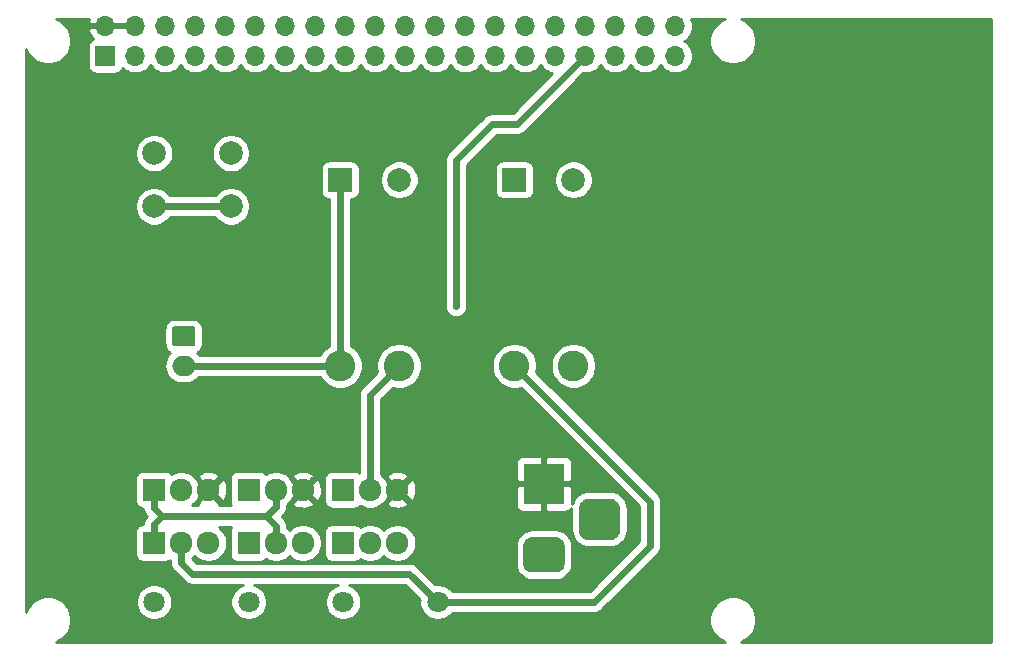
<source format=gbl>
G04 #@! TF.GenerationSoftware,KiCad,Pcbnew,(5.1.5)-3*
G04 #@! TF.CreationDate,2020-03-31T15:27:32+09:00*
G04 #@! TF.ProjectId,CAL_V_Simulation_circuit,43414c5f-565f-4536-996d-756c6174696f,rev?*
G04 #@! TF.SameCoordinates,Original*
G04 #@! TF.FileFunction,Copper,L2,Bot*
G04 #@! TF.FilePolarity,Positive*
%FSLAX46Y46*%
G04 Gerber Fmt 4.6, Leading zero omitted, Abs format (unit mm)*
G04 Created by KiCad (PCBNEW (5.1.5)-3) date 2020-03-31 15:27:32*
%MOMM*%
%LPD*%
G04 APERTURE LIST*
%ADD10C,2.600000*%
%ADD11C,2.000000*%
%ADD12R,2.000000X2.000000*%
%ADD13C,0.100000*%
%ADD14O,2.000000X1.700000*%
%ADD15R,3.500000X3.500000*%
%ADD16R,1.920000X1.920000*%
%ADD17C,1.920000*%
%ADD18C,1.800000*%
%ADD19R,1.700000X1.700000*%
%ADD20O,1.700000X1.700000*%
%ADD21C,0.600000*%
%ADD22C,0.600000*%
%ADD23C,0.254000*%
G04 APERTURE END LIST*
D10*
X98000000Y-125000000D03*
X93000000Y-125000000D03*
D11*
X83250000Y-109250000D03*
D12*
X78250000Y-109250000D03*
X93000000Y-109250000D03*
D11*
X98000000Y-109250000D03*
G04 #@! TA.AperFunction,ComponentPad*
D13*
G36*
X65774504Y-121651204D02*
G01*
X65798773Y-121654804D01*
X65822571Y-121660765D01*
X65845671Y-121669030D01*
X65867849Y-121679520D01*
X65888893Y-121692133D01*
X65908598Y-121706747D01*
X65926777Y-121723223D01*
X65943253Y-121741402D01*
X65957867Y-121761107D01*
X65970480Y-121782151D01*
X65980970Y-121804329D01*
X65989235Y-121827429D01*
X65995196Y-121851227D01*
X65998796Y-121875496D01*
X66000000Y-121900000D01*
X66000000Y-123100000D01*
X65998796Y-123124504D01*
X65995196Y-123148773D01*
X65989235Y-123172571D01*
X65980970Y-123195671D01*
X65970480Y-123217849D01*
X65957867Y-123238893D01*
X65943253Y-123258598D01*
X65926777Y-123276777D01*
X65908598Y-123293253D01*
X65888893Y-123307867D01*
X65867849Y-123320480D01*
X65845671Y-123330970D01*
X65822571Y-123339235D01*
X65798773Y-123345196D01*
X65774504Y-123348796D01*
X65750000Y-123350000D01*
X64250000Y-123350000D01*
X64225496Y-123348796D01*
X64201227Y-123345196D01*
X64177429Y-123339235D01*
X64154329Y-123330970D01*
X64132151Y-123320480D01*
X64111107Y-123307867D01*
X64091402Y-123293253D01*
X64073223Y-123276777D01*
X64056747Y-123258598D01*
X64042133Y-123238893D01*
X64029520Y-123217849D01*
X64019030Y-123195671D01*
X64010765Y-123172571D01*
X64004804Y-123148773D01*
X64001204Y-123124504D01*
X64000000Y-123100000D01*
X64000000Y-121900000D01*
X64001204Y-121875496D01*
X64004804Y-121851227D01*
X64010765Y-121827429D01*
X64019030Y-121804329D01*
X64029520Y-121782151D01*
X64042133Y-121761107D01*
X64056747Y-121741402D01*
X64073223Y-121723223D01*
X64091402Y-121706747D01*
X64111107Y-121692133D01*
X64132151Y-121679520D01*
X64154329Y-121669030D01*
X64177429Y-121660765D01*
X64201227Y-121654804D01*
X64225496Y-121651204D01*
X64250000Y-121650000D01*
X65750000Y-121650000D01*
X65774504Y-121651204D01*
G37*
G04 #@! TD.AperFunction*
D14*
X65000000Y-125000000D03*
D15*
X95500000Y-135000000D03*
G04 #@! TA.AperFunction,ComponentPad*
D13*
G36*
X96573513Y-139503611D02*
G01*
X96646318Y-139514411D01*
X96717714Y-139532295D01*
X96787013Y-139557090D01*
X96853548Y-139588559D01*
X96916678Y-139626398D01*
X96975795Y-139670242D01*
X97030330Y-139719670D01*
X97079758Y-139774205D01*
X97123602Y-139833322D01*
X97161441Y-139896452D01*
X97192910Y-139962987D01*
X97217705Y-140032286D01*
X97235589Y-140103682D01*
X97246389Y-140176487D01*
X97250000Y-140250000D01*
X97250000Y-141750000D01*
X97246389Y-141823513D01*
X97235589Y-141896318D01*
X97217705Y-141967714D01*
X97192910Y-142037013D01*
X97161441Y-142103548D01*
X97123602Y-142166678D01*
X97079758Y-142225795D01*
X97030330Y-142280330D01*
X96975795Y-142329758D01*
X96916678Y-142373602D01*
X96853548Y-142411441D01*
X96787013Y-142442910D01*
X96717714Y-142467705D01*
X96646318Y-142485589D01*
X96573513Y-142496389D01*
X96500000Y-142500000D01*
X94500000Y-142500000D01*
X94426487Y-142496389D01*
X94353682Y-142485589D01*
X94282286Y-142467705D01*
X94212987Y-142442910D01*
X94146452Y-142411441D01*
X94083322Y-142373602D01*
X94024205Y-142329758D01*
X93969670Y-142280330D01*
X93920242Y-142225795D01*
X93876398Y-142166678D01*
X93838559Y-142103548D01*
X93807090Y-142037013D01*
X93782295Y-141967714D01*
X93764411Y-141896318D01*
X93753611Y-141823513D01*
X93750000Y-141750000D01*
X93750000Y-140250000D01*
X93753611Y-140176487D01*
X93764411Y-140103682D01*
X93782295Y-140032286D01*
X93807090Y-139962987D01*
X93838559Y-139896452D01*
X93876398Y-139833322D01*
X93920242Y-139774205D01*
X93969670Y-139719670D01*
X94024205Y-139670242D01*
X94083322Y-139626398D01*
X94146452Y-139588559D01*
X94212987Y-139557090D01*
X94282286Y-139532295D01*
X94353682Y-139514411D01*
X94426487Y-139503611D01*
X94500000Y-139500000D01*
X96500000Y-139500000D01*
X96573513Y-139503611D01*
G37*
G04 #@! TD.AperFunction*
G04 #@! TA.AperFunction,ComponentPad*
G36*
X101160765Y-136254213D02*
G01*
X101245704Y-136266813D01*
X101328999Y-136287677D01*
X101409848Y-136316605D01*
X101487472Y-136353319D01*
X101561124Y-136397464D01*
X101630094Y-136448616D01*
X101693718Y-136506282D01*
X101751384Y-136569906D01*
X101802536Y-136638876D01*
X101846681Y-136712528D01*
X101883395Y-136790152D01*
X101912323Y-136871001D01*
X101933187Y-136954296D01*
X101945787Y-137039235D01*
X101950000Y-137125000D01*
X101950000Y-138875000D01*
X101945787Y-138960765D01*
X101933187Y-139045704D01*
X101912323Y-139128999D01*
X101883395Y-139209848D01*
X101846681Y-139287472D01*
X101802536Y-139361124D01*
X101751384Y-139430094D01*
X101693718Y-139493718D01*
X101630094Y-139551384D01*
X101561124Y-139602536D01*
X101487472Y-139646681D01*
X101409848Y-139683395D01*
X101328999Y-139712323D01*
X101245704Y-139733187D01*
X101160765Y-139745787D01*
X101075000Y-139750000D01*
X99325000Y-139750000D01*
X99239235Y-139745787D01*
X99154296Y-139733187D01*
X99071001Y-139712323D01*
X98990152Y-139683395D01*
X98912528Y-139646681D01*
X98838876Y-139602536D01*
X98769906Y-139551384D01*
X98706282Y-139493718D01*
X98648616Y-139430094D01*
X98597464Y-139361124D01*
X98553319Y-139287472D01*
X98516605Y-139209848D01*
X98487677Y-139128999D01*
X98466813Y-139045704D01*
X98454213Y-138960765D01*
X98450000Y-138875000D01*
X98450000Y-137125000D01*
X98454213Y-137039235D01*
X98466813Y-136954296D01*
X98487677Y-136871001D01*
X98516605Y-136790152D01*
X98553319Y-136712528D01*
X98597464Y-136638876D01*
X98648616Y-136569906D01*
X98706282Y-136506282D01*
X98769906Y-136448616D01*
X98838876Y-136397464D01*
X98912528Y-136353319D01*
X98990152Y-136316605D01*
X99071001Y-136287677D01*
X99154296Y-136266813D01*
X99239235Y-136254213D01*
X99325000Y-136250000D01*
X101075000Y-136250000D01*
X101160765Y-136254213D01*
G37*
G04 #@! TD.AperFunction*
D10*
X83250000Y-125000000D03*
X78250000Y-125000000D03*
D16*
X78500000Y-135500000D03*
D17*
X80800000Y-135500000D03*
X83100000Y-135500000D03*
D16*
X78500000Y-140000000D03*
D17*
X80800000Y-140000000D03*
X83100000Y-140000000D03*
X75100000Y-135500000D03*
X72800000Y-135500000D03*
D16*
X70500000Y-135500000D03*
D17*
X75100000Y-140000000D03*
X72800000Y-140000000D03*
D16*
X70500000Y-140000000D03*
X62500000Y-135500000D03*
D17*
X64800000Y-135500000D03*
X67100000Y-135500000D03*
X67100000Y-140000000D03*
X64800000Y-140000000D03*
D16*
X62500000Y-140000000D03*
D11*
X62500000Y-111500000D03*
X62500000Y-107000000D03*
X69000000Y-111500000D03*
X69000000Y-107000000D03*
D18*
X70500000Y-145000000D03*
X62500000Y-145000000D03*
X78500000Y-145000000D03*
X86500000Y-145000000D03*
D19*
X58370000Y-98770000D03*
D20*
X58370000Y-96230000D03*
X60910000Y-98770000D03*
X60910000Y-96230000D03*
X63450000Y-98770000D03*
X63450000Y-96230000D03*
X65990000Y-98770000D03*
X65990000Y-96230000D03*
X68530000Y-98770000D03*
X68530000Y-96230000D03*
X71070000Y-98770000D03*
X71070000Y-96230000D03*
X73610000Y-98770000D03*
X73610000Y-96230000D03*
X76150000Y-98770000D03*
X76150000Y-96230000D03*
X78690000Y-98770000D03*
X78690000Y-96230000D03*
X81230000Y-98770000D03*
X81230000Y-96230000D03*
X83770000Y-98770000D03*
X83770000Y-96230000D03*
X86310000Y-98770000D03*
X86310000Y-96230000D03*
X88850000Y-98770000D03*
X88850000Y-96230000D03*
X91390000Y-98770000D03*
X91390000Y-96230000D03*
X93930000Y-98770000D03*
X93930000Y-96230000D03*
X96470000Y-98770000D03*
X96470000Y-96230000D03*
X99010000Y-98770000D03*
X99010000Y-96230000D03*
X101550000Y-98770000D03*
X101550000Y-96230000D03*
X104090000Y-98770000D03*
X104090000Y-96230000D03*
X106630000Y-98770000D03*
X106630000Y-96230000D03*
D21*
X88050000Y-119950000D03*
D22*
X65000000Y-125000000D02*
X78250000Y-125000000D01*
X78250000Y-125000000D02*
X78250000Y-109250000D01*
X80800000Y-127450000D02*
X83250000Y-125000000D01*
X80800000Y-135500000D02*
X80800000Y-127450000D01*
X86500000Y-145000000D02*
X84100000Y-142600000D01*
X84100000Y-142600000D02*
X65700000Y-142600000D01*
X64800000Y-141700000D02*
X64800000Y-140000000D01*
X65700000Y-142600000D02*
X64800000Y-141700000D01*
X86500000Y-145000000D02*
X99750000Y-145000000D01*
X99750000Y-145000000D02*
X104500000Y-140250000D01*
X104500000Y-136500000D02*
X104500000Y-140250000D01*
X93000000Y-125000000D02*
X104500000Y-136500000D01*
X88050000Y-119950000D02*
X88050000Y-107600000D01*
X88050000Y-107600000D02*
X91100000Y-104550000D01*
X93230000Y-104550000D02*
X99010000Y-98770000D01*
X91100000Y-104550000D02*
X93230000Y-104550000D01*
X62500000Y-137060000D02*
X63190000Y-137750000D01*
X62500000Y-135500000D02*
X62500000Y-137060000D01*
X62500000Y-138440000D02*
X62500000Y-140000000D01*
X63190000Y-137750000D02*
X62500000Y-138440000D01*
X72800000Y-136857645D02*
X72800000Y-135500000D01*
X72800000Y-136950000D02*
X72800000Y-136857645D01*
X72000000Y-137750000D02*
X72800000Y-136950000D01*
X63190000Y-137750000D02*
X72000000Y-137750000D01*
X72800000Y-138550000D02*
X72800000Y-140000000D01*
X72000000Y-137750000D02*
X72800000Y-138550000D01*
X62500000Y-111500000D02*
X69000000Y-111500000D01*
D23*
G36*
X56928519Y-95873109D02*
G01*
X57049186Y-96103000D01*
X58243000Y-96103000D01*
X58243000Y-96083000D01*
X58497000Y-96083000D01*
X58497000Y-96103000D01*
X60783000Y-96103000D01*
X60783000Y-96083000D01*
X61037000Y-96083000D01*
X61037000Y-96103000D01*
X61057000Y-96103000D01*
X61057000Y-96357000D01*
X61037000Y-96357000D01*
X61037000Y-96377000D01*
X60783000Y-96377000D01*
X60783000Y-96357000D01*
X58497000Y-96357000D01*
X58497000Y-96377000D01*
X58243000Y-96377000D01*
X58243000Y-96357000D01*
X57049186Y-96357000D01*
X56928519Y-96586891D01*
X57025843Y-96861252D01*
X57174822Y-97111355D01*
X57351626Y-97307502D01*
X57275820Y-97330498D01*
X57165506Y-97389463D01*
X57068815Y-97468815D01*
X56989463Y-97565506D01*
X56930498Y-97675820D01*
X56894188Y-97795518D01*
X56881928Y-97920000D01*
X56881928Y-99620000D01*
X56894188Y-99744482D01*
X56930498Y-99864180D01*
X56989463Y-99974494D01*
X57068815Y-100071185D01*
X57165506Y-100150537D01*
X57275820Y-100209502D01*
X57395518Y-100245812D01*
X57520000Y-100258072D01*
X59220000Y-100258072D01*
X59344482Y-100245812D01*
X59464180Y-100209502D01*
X59574494Y-100150537D01*
X59671185Y-100071185D01*
X59750537Y-99974494D01*
X59809502Y-99864180D01*
X59831513Y-99791620D01*
X59963368Y-99923475D01*
X60206589Y-100085990D01*
X60476842Y-100197932D01*
X60763740Y-100255000D01*
X61056260Y-100255000D01*
X61343158Y-100197932D01*
X61613411Y-100085990D01*
X61856632Y-99923475D01*
X62063475Y-99716632D01*
X62180000Y-99542240D01*
X62296525Y-99716632D01*
X62503368Y-99923475D01*
X62746589Y-100085990D01*
X63016842Y-100197932D01*
X63303740Y-100255000D01*
X63596260Y-100255000D01*
X63883158Y-100197932D01*
X64153411Y-100085990D01*
X64396632Y-99923475D01*
X64603475Y-99716632D01*
X64720000Y-99542240D01*
X64836525Y-99716632D01*
X65043368Y-99923475D01*
X65286589Y-100085990D01*
X65556842Y-100197932D01*
X65843740Y-100255000D01*
X66136260Y-100255000D01*
X66423158Y-100197932D01*
X66693411Y-100085990D01*
X66936632Y-99923475D01*
X67143475Y-99716632D01*
X67260000Y-99542240D01*
X67376525Y-99716632D01*
X67583368Y-99923475D01*
X67826589Y-100085990D01*
X68096842Y-100197932D01*
X68383740Y-100255000D01*
X68676260Y-100255000D01*
X68963158Y-100197932D01*
X69233411Y-100085990D01*
X69476632Y-99923475D01*
X69683475Y-99716632D01*
X69800000Y-99542240D01*
X69916525Y-99716632D01*
X70123368Y-99923475D01*
X70366589Y-100085990D01*
X70636842Y-100197932D01*
X70923740Y-100255000D01*
X71216260Y-100255000D01*
X71503158Y-100197932D01*
X71773411Y-100085990D01*
X72016632Y-99923475D01*
X72223475Y-99716632D01*
X72340000Y-99542240D01*
X72456525Y-99716632D01*
X72663368Y-99923475D01*
X72906589Y-100085990D01*
X73176842Y-100197932D01*
X73463740Y-100255000D01*
X73756260Y-100255000D01*
X74043158Y-100197932D01*
X74313411Y-100085990D01*
X74556632Y-99923475D01*
X74763475Y-99716632D01*
X74880000Y-99542240D01*
X74996525Y-99716632D01*
X75203368Y-99923475D01*
X75446589Y-100085990D01*
X75716842Y-100197932D01*
X76003740Y-100255000D01*
X76296260Y-100255000D01*
X76583158Y-100197932D01*
X76853411Y-100085990D01*
X77096632Y-99923475D01*
X77303475Y-99716632D01*
X77420000Y-99542240D01*
X77536525Y-99716632D01*
X77743368Y-99923475D01*
X77986589Y-100085990D01*
X78256842Y-100197932D01*
X78543740Y-100255000D01*
X78836260Y-100255000D01*
X79123158Y-100197932D01*
X79393411Y-100085990D01*
X79636632Y-99923475D01*
X79843475Y-99716632D01*
X79960000Y-99542240D01*
X80076525Y-99716632D01*
X80283368Y-99923475D01*
X80526589Y-100085990D01*
X80796842Y-100197932D01*
X81083740Y-100255000D01*
X81376260Y-100255000D01*
X81663158Y-100197932D01*
X81933411Y-100085990D01*
X82176632Y-99923475D01*
X82383475Y-99716632D01*
X82500000Y-99542240D01*
X82616525Y-99716632D01*
X82823368Y-99923475D01*
X83066589Y-100085990D01*
X83336842Y-100197932D01*
X83623740Y-100255000D01*
X83916260Y-100255000D01*
X84203158Y-100197932D01*
X84473411Y-100085990D01*
X84716632Y-99923475D01*
X84923475Y-99716632D01*
X85040000Y-99542240D01*
X85156525Y-99716632D01*
X85363368Y-99923475D01*
X85606589Y-100085990D01*
X85876842Y-100197932D01*
X86163740Y-100255000D01*
X86456260Y-100255000D01*
X86743158Y-100197932D01*
X87013411Y-100085990D01*
X87256632Y-99923475D01*
X87463475Y-99716632D01*
X87580000Y-99542240D01*
X87696525Y-99716632D01*
X87903368Y-99923475D01*
X88146589Y-100085990D01*
X88416842Y-100197932D01*
X88703740Y-100255000D01*
X88996260Y-100255000D01*
X89283158Y-100197932D01*
X89553411Y-100085990D01*
X89796632Y-99923475D01*
X90003475Y-99716632D01*
X90120000Y-99542240D01*
X90236525Y-99716632D01*
X90443368Y-99923475D01*
X90686589Y-100085990D01*
X90956842Y-100197932D01*
X91243740Y-100255000D01*
X91536260Y-100255000D01*
X91823158Y-100197932D01*
X92093411Y-100085990D01*
X92336632Y-99923475D01*
X92543475Y-99716632D01*
X92660000Y-99542240D01*
X92776525Y-99716632D01*
X92983368Y-99923475D01*
X93226589Y-100085990D01*
X93496842Y-100197932D01*
X93783740Y-100255000D01*
X94076260Y-100255000D01*
X94363158Y-100197932D01*
X94633411Y-100085990D01*
X94876632Y-99923475D01*
X95083475Y-99716632D01*
X95200000Y-99542240D01*
X95316525Y-99716632D01*
X95523368Y-99923475D01*
X95766589Y-100085990D01*
X96036842Y-100197932D01*
X96222791Y-100234920D01*
X92842711Y-103615000D01*
X91145931Y-103615000D01*
X91099999Y-103610476D01*
X90916707Y-103628529D01*
X90863243Y-103644747D01*
X90740460Y-103681993D01*
X90578028Y-103768814D01*
X90435656Y-103885656D01*
X90406376Y-103921334D01*
X87421336Y-106906375D01*
X87385657Y-106935656D01*
X87268815Y-107078028D01*
X87181994Y-107240460D01*
X87128529Y-107416709D01*
X87110476Y-107600000D01*
X87115001Y-107645942D01*
X87115000Y-119857911D01*
X87115000Y-120042089D01*
X87124005Y-120087360D01*
X87128529Y-120133291D01*
X87141927Y-120177459D01*
X87150932Y-120222729D01*
X87168595Y-120265372D01*
X87181993Y-120309539D01*
X87203750Y-120350243D01*
X87221414Y-120392889D01*
X87247058Y-120431268D01*
X87268814Y-120471971D01*
X87298094Y-120507649D01*
X87323738Y-120546028D01*
X87356376Y-120578666D01*
X87385656Y-120614344D01*
X87421335Y-120643625D01*
X87453972Y-120676262D01*
X87492347Y-120701903D01*
X87528028Y-120731186D01*
X87568736Y-120752945D01*
X87607111Y-120778586D01*
X87649752Y-120796248D01*
X87690460Y-120818007D01*
X87734631Y-120831406D01*
X87777271Y-120849068D01*
X87822538Y-120858072D01*
X87866708Y-120871471D01*
X87912641Y-120875995D01*
X87957911Y-120885000D01*
X88004068Y-120885000D01*
X88050000Y-120889524D01*
X88095932Y-120885000D01*
X88142089Y-120885000D01*
X88187360Y-120875995D01*
X88233291Y-120871471D01*
X88277459Y-120858073D01*
X88322729Y-120849068D01*
X88365372Y-120831405D01*
X88409539Y-120818007D01*
X88450243Y-120796250D01*
X88492889Y-120778586D01*
X88531268Y-120752942D01*
X88571971Y-120731186D01*
X88607649Y-120701906D01*
X88646028Y-120676262D01*
X88678666Y-120643624D01*
X88714344Y-120614344D01*
X88743625Y-120578665D01*
X88776262Y-120546028D01*
X88801903Y-120507653D01*
X88831186Y-120471972D01*
X88852945Y-120431264D01*
X88878586Y-120392889D01*
X88896248Y-120350248D01*
X88918007Y-120309540D01*
X88931406Y-120265369D01*
X88949068Y-120222729D01*
X88958072Y-120177462D01*
X88971471Y-120133292D01*
X88975995Y-120087359D01*
X88985000Y-120042089D01*
X88985000Y-108250000D01*
X91361928Y-108250000D01*
X91361928Y-110250000D01*
X91374188Y-110374482D01*
X91410498Y-110494180D01*
X91469463Y-110604494D01*
X91548815Y-110701185D01*
X91645506Y-110780537D01*
X91755820Y-110839502D01*
X91875518Y-110875812D01*
X92000000Y-110888072D01*
X94000000Y-110888072D01*
X94124482Y-110875812D01*
X94244180Y-110839502D01*
X94354494Y-110780537D01*
X94451185Y-110701185D01*
X94530537Y-110604494D01*
X94589502Y-110494180D01*
X94625812Y-110374482D01*
X94638072Y-110250000D01*
X94638072Y-109088967D01*
X96365000Y-109088967D01*
X96365000Y-109411033D01*
X96427832Y-109726912D01*
X96551082Y-110024463D01*
X96730013Y-110292252D01*
X96957748Y-110519987D01*
X97225537Y-110698918D01*
X97523088Y-110822168D01*
X97838967Y-110885000D01*
X98161033Y-110885000D01*
X98476912Y-110822168D01*
X98774463Y-110698918D01*
X99042252Y-110519987D01*
X99269987Y-110292252D01*
X99448918Y-110024463D01*
X99572168Y-109726912D01*
X99635000Y-109411033D01*
X99635000Y-109088967D01*
X99572168Y-108773088D01*
X99448918Y-108475537D01*
X99269987Y-108207748D01*
X99042252Y-107980013D01*
X98774463Y-107801082D01*
X98476912Y-107677832D01*
X98161033Y-107615000D01*
X97838967Y-107615000D01*
X97523088Y-107677832D01*
X97225537Y-107801082D01*
X96957748Y-107980013D01*
X96730013Y-108207748D01*
X96551082Y-108475537D01*
X96427832Y-108773088D01*
X96365000Y-109088967D01*
X94638072Y-109088967D01*
X94638072Y-108250000D01*
X94625812Y-108125518D01*
X94589502Y-108005820D01*
X94530537Y-107895506D01*
X94451185Y-107798815D01*
X94354494Y-107719463D01*
X94244180Y-107660498D01*
X94124482Y-107624188D01*
X94000000Y-107611928D01*
X92000000Y-107611928D01*
X91875518Y-107624188D01*
X91755820Y-107660498D01*
X91645506Y-107719463D01*
X91548815Y-107798815D01*
X91469463Y-107895506D01*
X91410498Y-108005820D01*
X91374188Y-108125518D01*
X91361928Y-108250000D01*
X88985000Y-108250000D01*
X88985000Y-107987289D01*
X91487290Y-105485000D01*
X93184068Y-105485000D01*
X93230000Y-105489524D01*
X93275932Y-105485000D01*
X93413292Y-105471471D01*
X93589540Y-105418007D01*
X93751972Y-105331186D01*
X93894344Y-105214344D01*
X93923630Y-105178659D01*
X98850019Y-100252271D01*
X98863740Y-100255000D01*
X99156260Y-100255000D01*
X99443158Y-100197932D01*
X99713411Y-100085990D01*
X99956632Y-99923475D01*
X100163475Y-99716632D01*
X100280000Y-99542240D01*
X100396525Y-99716632D01*
X100603368Y-99923475D01*
X100846589Y-100085990D01*
X101116842Y-100197932D01*
X101403740Y-100255000D01*
X101696260Y-100255000D01*
X101983158Y-100197932D01*
X102253411Y-100085990D01*
X102496632Y-99923475D01*
X102703475Y-99716632D01*
X102820000Y-99542240D01*
X102936525Y-99716632D01*
X103143368Y-99923475D01*
X103386589Y-100085990D01*
X103656842Y-100197932D01*
X103943740Y-100255000D01*
X104236260Y-100255000D01*
X104523158Y-100197932D01*
X104793411Y-100085990D01*
X105036632Y-99923475D01*
X105243475Y-99716632D01*
X105360000Y-99542240D01*
X105476525Y-99716632D01*
X105683368Y-99923475D01*
X105926589Y-100085990D01*
X106196842Y-100197932D01*
X106483740Y-100255000D01*
X106776260Y-100255000D01*
X107063158Y-100197932D01*
X107333411Y-100085990D01*
X107576632Y-99923475D01*
X107783475Y-99716632D01*
X107945990Y-99473411D01*
X108057932Y-99203158D01*
X108115000Y-98916260D01*
X108115000Y-98623740D01*
X108057932Y-98336842D01*
X107945990Y-98066589D01*
X107783475Y-97823368D01*
X107576632Y-97616525D01*
X107402240Y-97500000D01*
X107576632Y-97383475D01*
X107783475Y-97176632D01*
X107945990Y-96933411D01*
X108057932Y-96663158D01*
X108115000Y-96376260D01*
X108115000Y-96083740D01*
X108057932Y-95796842D01*
X107987581Y-95627000D01*
X110834766Y-95627000D01*
X110559750Y-95740915D01*
X110234636Y-95958149D01*
X109958149Y-96234636D01*
X109740915Y-96559750D01*
X109591282Y-96920997D01*
X109515000Y-97304495D01*
X109515000Y-97695505D01*
X109591282Y-98079003D01*
X109740915Y-98440250D01*
X109958149Y-98765364D01*
X110234636Y-99041851D01*
X110559750Y-99259085D01*
X110920997Y-99408718D01*
X111304495Y-99485000D01*
X111695505Y-99485000D01*
X112079003Y-99408718D01*
X112440250Y-99259085D01*
X112765364Y-99041851D01*
X113041851Y-98765364D01*
X113259085Y-98440250D01*
X113408718Y-98079003D01*
X113485000Y-97695505D01*
X113485000Y-97304495D01*
X113408718Y-96920997D01*
X113259085Y-96559750D01*
X113041851Y-96234636D01*
X112765364Y-95958149D01*
X112440250Y-95740915D01*
X112165234Y-95627000D01*
X133373000Y-95627000D01*
X133373000Y-148373000D01*
X112165234Y-148373000D01*
X112440250Y-148259085D01*
X112765364Y-148041851D01*
X113041851Y-147765364D01*
X113259085Y-147440250D01*
X113408718Y-147079003D01*
X113485000Y-146695505D01*
X113485000Y-146304495D01*
X113408718Y-145920997D01*
X113259085Y-145559750D01*
X113041851Y-145234636D01*
X112765364Y-144958149D01*
X112440250Y-144740915D01*
X112079003Y-144591282D01*
X111695505Y-144515000D01*
X111304495Y-144515000D01*
X110920997Y-144591282D01*
X110559750Y-144740915D01*
X110234636Y-144958149D01*
X109958149Y-145234636D01*
X109740915Y-145559750D01*
X109591282Y-145920997D01*
X109515000Y-146304495D01*
X109515000Y-146695505D01*
X109591282Y-147079003D01*
X109740915Y-147440250D01*
X109958149Y-147765364D01*
X110234636Y-148041851D01*
X110559750Y-148259085D01*
X110834766Y-148373000D01*
X54165234Y-148373000D01*
X54440250Y-148259085D01*
X54765364Y-148041851D01*
X55041851Y-147765364D01*
X55259085Y-147440250D01*
X55408718Y-147079003D01*
X55485000Y-146695505D01*
X55485000Y-146304495D01*
X55408718Y-145920997D01*
X55259085Y-145559750D01*
X55041851Y-145234636D01*
X54765364Y-144958149D01*
X54601736Y-144848816D01*
X60965000Y-144848816D01*
X60965000Y-145151184D01*
X61023989Y-145447743D01*
X61139701Y-145727095D01*
X61307688Y-145978505D01*
X61521495Y-146192312D01*
X61772905Y-146360299D01*
X62052257Y-146476011D01*
X62348816Y-146535000D01*
X62651184Y-146535000D01*
X62947743Y-146476011D01*
X63227095Y-146360299D01*
X63478505Y-146192312D01*
X63692312Y-145978505D01*
X63860299Y-145727095D01*
X63976011Y-145447743D01*
X64035000Y-145151184D01*
X64035000Y-144848816D01*
X63976011Y-144552257D01*
X63860299Y-144272905D01*
X63692312Y-144021495D01*
X63478505Y-143807688D01*
X63227095Y-143639701D01*
X62947743Y-143523989D01*
X62651184Y-143465000D01*
X62348816Y-143465000D01*
X62052257Y-143523989D01*
X61772905Y-143639701D01*
X61521495Y-143807688D01*
X61307688Y-144021495D01*
X61139701Y-144272905D01*
X61023989Y-144552257D01*
X60965000Y-144848816D01*
X54601736Y-144848816D01*
X54440250Y-144740915D01*
X54079003Y-144591282D01*
X53695505Y-144515000D01*
X53304495Y-144515000D01*
X52920997Y-144591282D01*
X52559750Y-144740915D01*
X52234636Y-144958149D01*
X51958149Y-145234636D01*
X51740915Y-145559750D01*
X51627000Y-145834766D01*
X51627000Y-134540000D01*
X60901928Y-134540000D01*
X60901928Y-136460000D01*
X60914188Y-136584482D01*
X60950498Y-136704180D01*
X61009463Y-136814494D01*
X61088815Y-136911185D01*
X61185506Y-136990537D01*
X61295820Y-137049502D01*
X61415518Y-137085812D01*
X61540000Y-137098072D01*
X61564226Y-137098072D01*
X61578529Y-137243291D01*
X61621516Y-137385000D01*
X61631994Y-137419540D01*
X61718815Y-137581972D01*
X61835657Y-137724344D01*
X61866918Y-137750000D01*
X61835656Y-137775656D01*
X61718814Y-137918029D01*
X61631993Y-138080461D01*
X61598625Y-138190461D01*
X61578529Y-138256709D01*
X61564226Y-138401928D01*
X61540000Y-138401928D01*
X61415518Y-138414188D01*
X61295820Y-138450498D01*
X61185506Y-138509463D01*
X61088815Y-138588815D01*
X61009463Y-138685506D01*
X60950498Y-138795820D01*
X60914188Y-138915518D01*
X60901928Y-139040000D01*
X60901928Y-140960000D01*
X60914188Y-141084482D01*
X60950498Y-141204180D01*
X61009463Y-141314494D01*
X61088815Y-141411185D01*
X61185506Y-141490537D01*
X61295820Y-141549502D01*
X61415518Y-141585812D01*
X61540000Y-141598072D01*
X63460000Y-141598072D01*
X63584482Y-141585812D01*
X63704180Y-141549502D01*
X63814494Y-141490537D01*
X63865000Y-141449088D01*
X63865000Y-141654068D01*
X63860476Y-141700000D01*
X63865000Y-141745931D01*
X63878529Y-141883291D01*
X63931993Y-142059539D01*
X64018814Y-142221971D01*
X64135656Y-142364344D01*
X64171341Y-142393630D01*
X65006374Y-143228664D01*
X65035656Y-143264344D01*
X65178028Y-143381186D01*
X65340460Y-143468007D01*
X65463243Y-143505253D01*
X65516707Y-143521471D01*
X65699999Y-143539524D01*
X65745931Y-143535000D01*
X70025674Y-143535000D01*
X69772905Y-143639701D01*
X69521495Y-143807688D01*
X69307688Y-144021495D01*
X69139701Y-144272905D01*
X69023989Y-144552257D01*
X68965000Y-144848816D01*
X68965000Y-145151184D01*
X69023989Y-145447743D01*
X69139701Y-145727095D01*
X69307688Y-145978505D01*
X69521495Y-146192312D01*
X69772905Y-146360299D01*
X70052257Y-146476011D01*
X70348816Y-146535000D01*
X70651184Y-146535000D01*
X70947743Y-146476011D01*
X71227095Y-146360299D01*
X71478505Y-146192312D01*
X71692312Y-145978505D01*
X71860299Y-145727095D01*
X71976011Y-145447743D01*
X72035000Y-145151184D01*
X72035000Y-144848816D01*
X71976011Y-144552257D01*
X71860299Y-144272905D01*
X71692312Y-144021495D01*
X71478505Y-143807688D01*
X71227095Y-143639701D01*
X70974326Y-143535000D01*
X78025674Y-143535000D01*
X77772905Y-143639701D01*
X77521495Y-143807688D01*
X77307688Y-144021495D01*
X77139701Y-144272905D01*
X77023989Y-144552257D01*
X76965000Y-144848816D01*
X76965000Y-145151184D01*
X77023989Y-145447743D01*
X77139701Y-145727095D01*
X77307688Y-145978505D01*
X77521495Y-146192312D01*
X77772905Y-146360299D01*
X78052257Y-146476011D01*
X78348816Y-146535000D01*
X78651184Y-146535000D01*
X78947743Y-146476011D01*
X79227095Y-146360299D01*
X79478505Y-146192312D01*
X79692312Y-145978505D01*
X79860299Y-145727095D01*
X79976011Y-145447743D01*
X80035000Y-145151184D01*
X80035000Y-144848816D01*
X79976011Y-144552257D01*
X79860299Y-144272905D01*
X79692312Y-144021495D01*
X79478505Y-143807688D01*
X79227095Y-143639701D01*
X78974326Y-143535000D01*
X83712711Y-143535000D01*
X84975208Y-144797497D01*
X84965000Y-144848816D01*
X84965000Y-145151184D01*
X85023989Y-145447743D01*
X85139701Y-145727095D01*
X85307688Y-145978505D01*
X85521495Y-146192312D01*
X85772905Y-146360299D01*
X86052257Y-146476011D01*
X86348816Y-146535000D01*
X86651184Y-146535000D01*
X86947743Y-146476011D01*
X87227095Y-146360299D01*
X87478505Y-146192312D01*
X87692312Y-145978505D01*
X87721381Y-145935000D01*
X99704068Y-145935000D01*
X99750000Y-145939524D01*
X99795932Y-145935000D01*
X99933292Y-145921471D01*
X100109540Y-145868007D01*
X100271972Y-145781186D01*
X100414344Y-145664344D01*
X100443630Y-145628659D01*
X105128664Y-140943625D01*
X105164344Y-140914344D01*
X105281186Y-140771972D01*
X105368007Y-140609540D01*
X105421471Y-140433292D01*
X105435000Y-140295932D01*
X105435000Y-140295926D01*
X105439523Y-140250001D01*
X105435000Y-140204076D01*
X105435000Y-136545932D01*
X105439524Y-136500000D01*
X105421471Y-136316708D01*
X105411665Y-136284382D01*
X105368007Y-136140460D01*
X105281186Y-135978028D01*
X105164344Y-135835656D01*
X105128660Y-135806371D01*
X94864964Y-125542675D01*
X94935000Y-125190581D01*
X94935000Y-124809419D01*
X96065000Y-124809419D01*
X96065000Y-125190581D01*
X96139361Y-125564419D01*
X96285225Y-125916566D01*
X96496987Y-126233491D01*
X96766509Y-126503013D01*
X97083434Y-126714775D01*
X97435581Y-126860639D01*
X97809419Y-126935000D01*
X98190581Y-126935000D01*
X98564419Y-126860639D01*
X98916566Y-126714775D01*
X99233491Y-126503013D01*
X99503013Y-126233491D01*
X99714775Y-125916566D01*
X99860639Y-125564419D01*
X99935000Y-125190581D01*
X99935000Y-124809419D01*
X99860639Y-124435581D01*
X99714775Y-124083434D01*
X99503013Y-123766509D01*
X99233491Y-123496987D01*
X98916566Y-123285225D01*
X98564419Y-123139361D01*
X98190581Y-123065000D01*
X97809419Y-123065000D01*
X97435581Y-123139361D01*
X97083434Y-123285225D01*
X96766509Y-123496987D01*
X96496987Y-123766509D01*
X96285225Y-124083434D01*
X96139361Y-124435581D01*
X96065000Y-124809419D01*
X94935000Y-124809419D01*
X94860639Y-124435581D01*
X94714775Y-124083434D01*
X94503013Y-123766509D01*
X94233491Y-123496987D01*
X93916566Y-123285225D01*
X93564419Y-123139361D01*
X93190581Y-123065000D01*
X92809419Y-123065000D01*
X92435581Y-123139361D01*
X92083434Y-123285225D01*
X91766509Y-123496987D01*
X91496987Y-123766509D01*
X91285225Y-124083434D01*
X91139361Y-124435581D01*
X91065000Y-124809419D01*
X91065000Y-125190581D01*
X91139361Y-125564419D01*
X91285225Y-125916566D01*
X91496987Y-126233491D01*
X91766509Y-126503013D01*
X92083434Y-126714775D01*
X92435581Y-126860639D01*
X92809419Y-126935000D01*
X93190581Y-126935000D01*
X93542675Y-126864964D01*
X103565000Y-136887289D01*
X103565001Y-139862709D01*
X99362711Y-144065000D01*
X87721381Y-144065000D01*
X87692312Y-144021495D01*
X87478505Y-143807688D01*
X87227095Y-143639701D01*
X86947743Y-143523989D01*
X86651184Y-143465000D01*
X86348816Y-143465000D01*
X86297497Y-143475208D01*
X84793630Y-141971341D01*
X84764344Y-141935656D01*
X84621972Y-141818814D01*
X84459540Y-141731993D01*
X84283292Y-141678529D01*
X84145932Y-141665000D01*
X84100000Y-141660476D01*
X84054068Y-141665000D01*
X66087290Y-141665000D01*
X65735000Y-141312711D01*
X65735000Y-141293544D01*
X65816754Y-141238918D01*
X65950000Y-141105672D01*
X66083246Y-141238918D01*
X66344484Y-141413471D01*
X66634756Y-141533706D01*
X66942906Y-141595000D01*
X67257094Y-141595000D01*
X67565244Y-141533706D01*
X67855516Y-141413471D01*
X68116754Y-141238918D01*
X68338918Y-141016754D01*
X68513471Y-140755516D01*
X68633706Y-140465244D01*
X68695000Y-140157094D01*
X68695000Y-139842906D01*
X68633706Y-139534756D01*
X68513471Y-139244484D01*
X68338918Y-138983246D01*
X68116754Y-138761082D01*
X68002889Y-138685000D01*
X69009878Y-138685000D01*
X69009463Y-138685506D01*
X68950498Y-138795820D01*
X68914188Y-138915518D01*
X68901928Y-139040000D01*
X68901928Y-140960000D01*
X68914188Y-141084482D01*
X68950498Y-141204180D01*
X69009463Y-141314494D01*
X69088815Y-141411185D01*
X69185506Y-141490537D01*
X69295820Y-141549502D01*
X69415518Y-141585812D01*
X69540000Y-141598072D01*
X71460000Y-141598072D01*
X71584482Y-141585812D01*
X71704180Y-141549502D01*
X71814494Y-141490537D01*
X71911185Y-141411185D01*
X71957182Y-141355138D01*
X72044484Y-141413471D01*
X72334756Y-141533706D01*
X72642906Y-141595000D01*
X72957094Y-141595000D01*
X73265244Y-141533706D01*
X73555516Y-141413471D01*
X73816754Y-141238918D01*
X73950000Y-141105672D01*
X74083246Y-141238918D01*
X74344484Y-141413471D01*
X74634756Y-141533706D01*
X74942906Y-141595000D01*
X75257094Y-141595000D01*
X75565244Y-141533706D01*
X75855516Y-141413471D01*
X76116754Y-141238918D01*
X76338918Y-141016754D01*
X76513471Y-140755516D01*
X76633706Y-140465244D01*
X76695000Y-140157094D01*
X76695000Y-139842906D01*
X76633706Y-139534756D01*
X76513471Y-139244484D01*
X76376840Y-139040000D01*
X76901928Y-139040000D01*
X76901928Y-140960000D01*
X76914188Y-141084482D01*
X76950498Y-141204180D01*
X77009463Y-141314494D01*
X77088815Y-141411185D01*
X77185506Y-141490537D01*
X77295820Y-141549502D01*
X77415518Y-141585812D01*
X77540000Y-141598072D01*
X79460000Y-141598072D01*
X79584482Y-141585812D01*
X79704180Y-141549502D01*
X79814494Y-141490537D01*
X79911185Y-141411185D01*
X79957182Y-141355138D01*
X80044484Y-141413471D01*
X80334756Y-141533706D01*
X80642906Y-141595000D01*
X80957094Y-141595000D01*
X81265244Y-141533706D01*
X81555516Y-141413471D01*
X81816754Y-141238918D01*
X81950000Y-141105672D01*
X82083246Y-141238918D01*
X82344484Y-141413471D01*
X82634756Y-141533706D01*
X82942906Y-141595000D01*
X83257094Y-141595000D01*
X83565244Y-141533706D01*
X83855516Y-141413471D01*
X84116754Y-141238918D01*
X84338918Y-141016754D01*
X84513471Y-140755516D01*
X84633706Y-140465244D01*
X84676520Y-140250000D01*
X93111928Y-140250000D01*
X93111928Y-141750000D01*
X93138599Y-142020799D01*
X93217589Y-142281192D01*
X93345860Y-142521171D01*
X93518485Y-142731515D01*
X93728829Y-142904140D01*
X93968808Y-143032411D01*
X94229201Y-143111401D01*
X94500000Y-143138072D01*
X96500000Y-143138072D01*
X96770799Y-143111401D01*
X97031192Y-143032411D01*
X97271171Y-142904140D01*
X97481515Y-142731515D01*
X97654140Y-142521171D01*
X97782411Y-142281192D01*
X97861401Y-142020799D01*
X97888072Y-141750000D01*
X97888072Y-140250000D01*
X97861401Y-139979201D01*
X97782411Y-139718808D01*
X97654140Y-139478829D01*
X97481515Y-139268485D01*
X97271171Y-139095860D01*
X97031192Y-138967589D01*
X96770799Y-138888599D01*
X96500000Y-138861928D01*
X94500000Y-138861928D01*
X94229201Y-138888599D01*
X93968808Y-138967589D01*
X93728829Y-139095860D01*
X93518485Y-139268485D01*
X93345860Y-139478829D01*
X93217589Y-139718808D01*
X93138599Y-139979201D01*
X93111928Y-140250000D01*
X84676520Y-140250000D01*
X84695000Y-140157094D01*
X84695000Y-139842906D01*
X84633706Y-139534756D01*
X84513471Y-139244484D01*
X84338918Y-138983246D01*
X84116754Y-138761082D01*
X83855516Y-138586529D01*
X83565244Y-138466294D01*
X83257094Y-138405000D01*
X82942906Y-138405000D01*
X82634756Y-138466294D01*
X82344484Y-138586529D01*
X82083246Y-138761082D01*
X81950000Y-138894328D01*
X81816754Y-138761082D01*
X81555516Y-138586529D01*
X81265244Y-138466294D01*
X80957094Y-138405000D01*
X80642906Y-138405000D01*
X80334756Y-138466294D01*
X80044484Y-138586529D01*
X79957182Y-138644862D01*
X79911185Y-138588815D01*
X79814494Y-138509463D01*
X79704180Y-138450498D01*
X79584482Y-138414188D01*
X79460000Y-138401928D01*
X77540000Y-138401928D01*
X77415518Y-138414188D01*
X77295820Y-138450498D01*
X77185506Y-138509463D01*
X77088815Y-138588815D01*
X77009463Y-138685506D01*
X76950498Y-138795820D01*
X76914188Y-138915518D01*
X76901928Y-139040000D01*
X76376840Y-139040000D01*
X76338918Y-138983246D01*
X76116754Y-138761082D01*
X75855516Y-138586529D01*
X75565244Y-138466294D01*
X75257094Y-138405000D01*
X74942906Y-138405000D01*
X74634756Y-138466294D01*
X74344484Y-138586529D01*
X74083246Y-138761082D01*
X73950000Y-138894328D01*
X73816754Y-138761082D01*
X73735000Y-138706456D01*
X73735000Y-138595932D01*
X73739524Y-138550000D01*
X73721471Y-138366708D01*
X73668007Y-138190461D01*
X73668007Y-138190460D01*
X73581186Y-138028028D01*
X73464344Y-137885656D01*
X73428660Y-137856371D01*
X73322289Y-137750000D01*
X73428660Y-137643629D01*
X73464344Y-137614344D01*
X73581186Y-137471972D01*
X73668007Y-137309540D01*
X73721471Y-137133292D01*
X73732435Y-137021971D01*
X73739524Y-136950000D01*
X73735000Y-136904068D01*
X73735000Y-136793544D01*
X73816754Y-136738918D01*
X73948787Y-136606885D01*
X74172720Y-136606885D01*
X74263653Y-136867197D01*
X74546451Y-137004090D01*
X74850521Y-137083182D01*
X75164178Y-137101432D01*
X75475368Y-137058140D01*
X75772134Y-136954970D01*
X75936347Y-136867197D01*
X76027280Y-136606885D01*
X75100000Y-135679605D01*
X74172720Y-136606885D01*
X73948787Y-136606885D01*
X74038918Y-136516754D01*
X74213471Y-136255516D01*
X74247831Y-136172564D01*
X74920395Y-135500000D01*
X75279605Y-135500000D01*
X76206885Y-136427280D01*
X76467197Y-136336347D01*
X76604090Y-136053549D01*
X76683182Y-135749479D01*
X76701432Y-135435822D01*
X76658140Y-135124632D01*
X76554970Y-134827866D01*
X76467197Y-134663653D01*
X76206885Y-134572720D01*
X75279605Y-135500000D01*
X74920395Y-135500000D01*
X74247831Y-134827436D01*
X74213471Y-134744484D01*
X74038918Y-134483246D01*
X73948787Y-134393115D01*
X74172720Y-134393115D01*
X75100000Y-135320395D01*
X75880395Y-134540000D01*
X76901928Y-134540000D01*
X76901928Y-136460000D01*
X76914188Y-136584482D01*
X76950498Y-136704180D01*
X77009463Y-136814494D01*
X77088815Y-136911185D01*
X77185506Y-136990537D01*
X77295820Y-137049502D01*
X77415518Y-137085812D01*
X77540000Y-137098072D01*
X79460000Y-137098072D01*
X79584482Y-137085812D01*
X79704180Y-137049502D01*
X79814494Y-136990537D01*
X79911185Y-136911185D01*
X79957182Y-136855138D01*
X80044484Y-136913471D01*
X80334756Y-137033706D01*
X80642906Y-137095000D01*
X80957094Y-137095000D01*
X81265244Y-137033706D01*
X81555516Y-136913471D01*
X81816754Y-136738918D01*
X81948787Y-136606885D01*
X82172720Y-136606885D01*
X82263653Y-136867197D01*
X82546451Y-137004090D01*
X82850521Y-137083182D01*
X83164178Y-137101432D01*
X83475368Y-137058140D01*
X83772134Y-136954970D01*
X83936347Y-136867197D01*
X83977286Y-136750000D01*
X93111928Y-136750000D01*
X93124188Y-136874482D01*
X93160498Y-136994180D01*
X93219463Y-137104494D01*
X93298815Y-137201185D01*
X93395506Y-137280537D01*
X93505820Y-137339502D01*
X93625518Y-137375812D01*
X93750000Y-137388072D01*
X95214250Y-137385000D01*
X95373000Y-137226250D01*
X95373000Y-135127000D01*
X95627000Y-135127000D01*
X95627000Y-137226250D01*
X95785750Y-137385000D01*
X97250000Y-137388072D01*
X97374482Y-137375812D01*
X97494180Y-137339502D01*
X97604494Y-137280537D01*
X97701185Y-137201185D01*
X97780537Y-137104494D01*
X97821494Y-137027869D01*
X97811928Y-137125000D01*
X97811928Y-138875000D01*
X97841001Y-139170186D01*
X97927104Y-139454028D01*
X98066927Y-139715618D01*
X98255097Y-139944903D01*
X98484382Y-140133073D01*
X98745972Y-140272896D01*
X99029814Y-140358999D01*
X99325000Y-140388072D01*
X101075000Y-140388072D01*
X101370186Y-140358999D01*
X101654028Y-140272896D01*
X101915618Y-140133073D01*
X102144903Y-139944903D01*
X102333073Y-139715618D01*
X102472896Y-139454028D01*
X102558999Y-139170186D01*
X102588072Y-138875000D01*
X102588072Y-137125000D01*
X102558999Y-136829814D01*
X102472896Y-136545972D01*
X102333073Y-136284382D01*
X102144903Y-136055097D01*
X101915618Y-135866927D01*
X101654028Y-135727104D01*
X101370186Y-135641001D01*
X101075000Y-135611928D01*
X99325000Y-135611928D01*
X99029814Y-135641001D01*
X98745972Y-135727104D01*
X98484382Y-135866927D01*
X98255097Y-136055097D01*
X98066927Y-136284382D01*
X97927104Y-136545972D01*
X97887915Y-136675160D01*
X97885000Y-135285750D01*
X97726250Y-135127000D01*
X95627000Y-135127000D01*
X95373000Y-135127000D01*
X93273750Y-135127000D01*
X93115000Y-135285750D01*
X93111928Y-136750000D01*
X83977286Y-136750000D01*
X84027280Y-136606885D01*
X83100000Y-135679605D01*
X82172720Y-136606885D01*
X81948787Y-136606885D01*
X82038918Y-136516754D01*
X82213471Y-136255516D01*
X82247831Y-136172564D01*
X82920395Y-135500000D01*
X83279605Y-135500000D01*
X84206885Y-136427280D01*
X84467197Y-136336347D01*
X84604090Y-136053549D01*
X84683182Y-135749479D01*
X84701432Y-135435822D01*
X84658140Y-135124632D01*
X84554970Y-134827866D01*
X84467197Y-134663653D01*
X84206885Y-134572720D01*
X83279605Y-135500000D01*
X82920395Y-135500000D01*
X82247831Y-134827436D01*
X82213471Y-134744484D01*
X82038918Y-134483246D01*
X81948787Y-134393115D01*
X82172720Y-134393115D01*
X83100000Y-135320395D01*
X84027280Y-134393115D01*
X83936347Y-134132803D01*
X83653549Y-133995910D01*
X83349479Y-133916818D01*
X83035822Y-133898568D01*
X82724632Y-133941860D01*
X82427866Y-134045030D01*
X82263653Y-134132803D01*
X82172720Y-134393115D01*
X81948787Y-134393115D01*
X81816754Y-134261082D01*
X81735000Y-134206456D01*
X81735000Y-133250000D01*
X93111928Y-133250000D01*
X93115000Y-134714250D01*
X93273750Y-134873000D01*
X95373000Y-134873000D01*
X95373000Y-132773750D01*
X95627000Y-132773750D01*
X95627000Y-134873000D01*
X97726250Y-134873000D01*
X97885000Y-134714250D01*
X97888072Y-133250000D01*
X97875812Y-133125518D01*
X97839502Y-133005820D01*
X97780537Y-132895506D01*
X97701185Y-132798815D01*
X97604494Y-132719463D01*
X97494180Y-132660498D01*
X97374482Y-132624188D01*
X97250000Y-132611928D01*
X95785750Y-132615000D01*
X95627000Y-132773750D01*
X95373000Y-132773750D01*
X95214250Y-132615000D01*
X93750000Y-132611928D01*
X93625518Y-132624188D01*
X93505820Y-132660498D01*
X93395506Y-132719463D01*
X93298815Y-132798815D01*
X93219463Y-132895506D01*
X93160498Y-133005820D01*
X93124188Y-133125518D01*
X93111928Y-133250000D01*
X81735000Y-133250000D01*
X81735000Y-127837289D01*
X82707325Y-126864964D01*
X83059419Y-126935000D01*
X83440581Y-126935000D01*
X83814419Y-126860639D01*
X84166566Y-126714775D01*
X84483491Y-126503013D01*
X84753013Y-126233491D01*
X84964775Y-125916566D01*
X85110639Y-125564419D01*
X85185000Y-125190581D01*
X85185000Y-124809419D01*
X85110639Y-124435581D01*
X84964775Y-124083434D01*
X84753013Y-123766509D01*
X84483491Y-123496987D01*
X84166566Y-123285225D01*
X83814419Y-123139361D01*
X83440581Y-123065000D01*
X83059419Y-123065000D01*
X82685581Y-123139361D01*
X82333434Y-123285225D01*
X82016509Y-123496987D01*
X81746987Y-123766509D01*
X81535225Y-124083434D01*
X81389361Y-124435581D01*
X81315000Y-124809419D01*
X81315000Y-125190581D01*
X81385036Y-125542675D01*
X80171336Y-126756375D01*
X80135657Y-126785656D01*
X80018815Y-126928028D01*
X79931994Y-127090460D01*
X79878529Y-127266709D01*
X79860476Y-127450000D01*
X79865001Y-127495942D01*
X79865000Y-134050912D01*
X79814494Y-134009463D01*
X79704180Y-133950498D01*
X79584482Y-133914188D01*
X79460000Y-133901928D01*
X77540000Y-133901928D01*
X77415518Y-133914188D01*
X77295820Y-133950498D01*
X77185506Y-134009463D01*
X77088815Y-134088815D01*
X77009463Y-134185506D01*
X76950498Y-134295820D01*
X76914188Y-134415518D01*
X76901928Y-134540000D01*
X75880395Y-134540000D01*
X76027280Y-134393115D01*
X75936347Y-134132803D01*
X75653549Y-133995910D01*
X75349479Y-133916818D01*
X75035822Y-133898568D01*
X74724632Y-133941860D01*
X74427866Y-134045030D01*
X74263653Y-134132803D01*
X74172720Y-134393115D01*
X73948787Y-134393115D01*
X73816754Y-134261082D01*
X73555516Y-134086529D01*
X73265244Y-133966294D01*
X72957094Y-133905000D01*
X72642906Y-133905000D01*
X72334756Y-133966294D01*
X72044484Y-134086529D01*
X71957182Y-134144862D01*
X71911185Y-134088815D01*
X71814494Y-134009463D01*
X71704180Y-133950498D01*
X71584482Y-133914188D01*
X71460000Y-133901928D01*
X69540000Y-133901928D01*
X69415518Y-133914188D01*
X69295820Y-133950498D01*
X69185506Y-134009463D01*
X69088815Y-134088815D01*
X69009463Y-134185506D01*
X68950498Y-134295820D01*
X68914188Y-134415518D01*
X68901928Y-134540000D01*
X68901928Y-136460000D01*
X68914188Y-136584482D01*
X68950498Y-136704180D01*
X69009463Y-136814494D01*
X69009878Y-136815000D01*
X67954581Y-136815000D01*
X68027280Y-136606885D01*
X67100000Y-135679605D01*
X66172720Y-136606885D01*
X66245419Y-136815000D01*
X65702889Y-136815000D01*
X65816754Y-136738918D01*
X66038918Y-136516754D01*
X66213471Y-136255516D01*
X66247831Y-136172564D01*
X66920395Y-135500000D01*
X67279605Y-135500000D01*
X68206885Y-136427280D01*
X68467197Y-136336347D01*
X68604090Y-136053549D01*
X68683182Y-135749479D01*
X68701432Y-135435822D01*
X68658140Y-135124632D01*
X68554970Y-134827866D01*
X68467197Y-134663653D01*
X68206885Y-134572720D01*
X67279605Y-135500000D01*
X66920395Y-135500000D01*
X66247831Y-134827436D01*
X66213471Y-134744484D01*
X66038918Y-134483246D01*
X65948787Y-134393115D01*
X66172720Y-134393115D01*
X67100000Y-135320395D01*
X68027280Y-134393115D01*
X67936347Y-134132803D01*
X67653549Y-133995910D01*
X67349479Y-133916818D01*
X67035822Y-133898568D01*
X66724632Y-133941860D01*
X66427866Y-134045030D01*
X66263653Y-134132803D01*
X66172720Y-134393115D01*
X65948787Y-134393115D01*
X65816754Y-134261082D01*
X65555516Y-134086529D01*
X65265244Y-133966294D01*
X64957094Y-133905000D01*
X64642906Y-133905000D01*
X64334756Y-133966294D01*
X64044484Y-134086529D01*
X63957182Y-134144862D01*
X63911185Y-134088815D01*
X63814494Y-134009463D01*
X63704180Y-133950498D01*
X63584482Y-133914188D01*
X63460000Y-133901928D01*
X61540000Y-133901928D01*
X61415518Y-133914188D01*
X61295820Y-133950498D01*
X61185506Y-134009463D01*
X61088815Y-134088815D01*
X61009463Y-134185506D01*
X60950498Y-134295820D01*
X60914188Y-134415518D01*
X60901928Y-134540000D01*
X51627000Y-134540000D01*
X51627000Y-125000000D01*
X63357815Y-125000000D01*
X63386487Y-125291111D01*
X63471401Y-125571034D01*
X63609294Y-125829014D01*
X63794866Y-126055134D01*
X64020986Y-126240706D01*
X64278966Y-126378599D01*
X64558889Y-126463513D01*
X64777050Y-126485000D01*
X65222950Y-126485000D01*
X65441111Y-126463513D01*
X65721034Y-126378599D01*
X65979014Y-126240706D01*
X66205134Y-126055134D01*
X66303725Y-125935000D01*
X76547542Y-125935000D01*
X76746987Y-126233491D01*
X77016509Y-126503013D01*
X77333434Y-126714775D01*
X77685581Y-126860639D01*
X78059419Y-126935000D01*
X78440581Y-126935000D01*
X78814419Y-126860639D01*
X79166566Y-126714775D01*
X79483491Y-126503013D01*
X79753013Y-126233491D01*
X79964775Y-125916566D01*
X80110639Y-125564419D01*
X80185000Y-125190581D01*
X80185000Y-124809419D01*
X80110639Y-124435581D01*
X79964775Y-124083434D01*
X79753013Y-123766509D01*
X79483491Y-123496987D01*
X79185000Y-123297542D01*
X79185000Y-110888072D01*
X79250000Y-110888072D01*
X79374482Y-110875812D01*
X79494180Y-110839502D01*
X79604494Y-110780537D01*
X79701185Y-110701185D01*
X79780537Y-110604494D01*
X79839502Y-110494180D01*
X79875812Y-110374482D01*
X79888072Y-110250000D01*
X79888072Y-109088967D01*
X81615000Y-109088967D01*
X81615000Y-109411033D01*
X81677832Y-109726912D01*
X81801082Y-110024463D01*
X81980013Y-110292252D01*
X82207748Y-110519987D01*
X82475537Y-110698918D01*
X82773088Y-110822168D01*
X83088967Y-110885000D01*
X83411033Y-110885000D01*
X83726912Y-110822168D01*
X84024463Y-110698918D01*
X84292252Y-110519987D01*
X84519987Y-110292252D01*
X84698918Y-110024463D01*
X84822168Y-109726912D01*
X84885000Y-109411033D01*
X84885000Y-109088967D01*
X84822168Y-108773088D01*
X84698918Y-108475537D01*
X84519987Y-108207748D01*
X84292252Y-107980013D01*
X84024463Y-107801082D01*
X83726912Y-107677832D01*
X83411033Y-107615000D01*
X83088967Y-107615000D01*
X82773088Y-107677832D01*
X82475537Y-107801082D01*
X82207748Y-107980013D01*
X81980013Y-108207748D01*
X81801082Y-108475537D01*
X81677832Y-108773088D01*
X81615000Y-109088967D01*
X79888072Y-109088967D01*
X79888072Y-108250000D01*
X79875812Y-108125518D01*
X79839502Y-108005820D01*
X79780537Y-107895506D01*
X79701185Y-107798815D01*
X79604494Y-107719463D01*
X79494180Y-107660498D01*
X79374482Y-107624188D01*
X79250000Y-107611928D01*
X77250000Y-107611928D01*
X77125518Y-107624188D01*
X77005820Y-107660498D01*
X76895506Y-107719463D01*
X76798815Y-107798815D01*
X76719463Y-107895506D01*
X76660498Y-108005820D01*
X76624188Y-108125518D01*
X76611928Y-108250000D01*
X76611928Y-110250000D01*
X76624188Y-110374482D01*
X76660498Y-110494180D01*
X76719463Y-110604494D01*
X76798815Y-110701185D01*
X76895506Y-110780537D01*
X77005820Y-110839502D01*
X77125518Y-110875812D01*
X77250000Y-110888072D01*
X77315001Y-110888072D01*
X77315000Y-123297542D01*
X77016509Y-123496987D01*
X76746987Y-123766509D01*
X76547542Y-124065000D01*
X66303725Y-124065000D01*
X66205134Y-123944866D01*
X66141663Y-123892777D01*
X66243386Y-123838405D01*
X66377962Y-123727962D01*
X66488405Y-123593386D01*
X66570472Y-123439850D01*
X66621008Y-123273254D01*
X66638072Y-123100000D01*
X66638072Y-121900000D01*
X66621008Y-121726746D01*
X66570472Y-121560150D01*
X66488405Y-121406614D01*
X66377962Y-121272038D01*
X66243386Y-121161595D01*
X66089850Y-121079528D01*
X65923254Y-121028992D01*
X65750000Y-121011928D01*
X64250000Y-121011928D01*
X64076746Y-121028992D01*
X63910150Y-121079528D01*
X63756614Y-121161595D01*
X63622038Y-121272038D01*
X63511595Y-121406614D01*
X63429528Y-121560150D01*
X63378992Y-121726746D01*
X63361928Y-121900000D01*
X63361928Y-123100000D01*
X63378992Y-123273254D01*
X63429528Y-123439850D01*
X63511595Y-123593386D01*
X63622038Y-123727962D01*
X63756614Y-123838405D01*
X63858337Y-123892777D01*
X63794866Y-123944866D01*
X63609294Y-124170986D01*
X63471401Y-124428966D01*
X63386487Y-124708889D01*
X63357815Y-125000000D01*
X51627000Y-125000000D01*
X51627000Y-111338967D01*
X60865000Y-111338967D01*
X60865000Y-111661033D01*
X60927832Y-111976912D01*
X61051082Y-112274463D01*
X61230013Y-112542252D01*
X61457748Y-112769987D01*
X61725537Y-112948918D01*
X62023088Y-113072168D01*
X62338967Y-113135000D01*
X62661033Y-113135000D01*
X62976912Y-113072168D01*
X63274463Y-112948918D01*
X63542252Y-112769987D01*
X63769987Y-112542252D01*
X63841651Y-112435000D01*
X67658349Y-112435000D01*
X67730013Y-112542252D01*
X67957748Y-112769987D01*
X68225537Y-112948918D01*
X68523088Y-113072168D01*
X68838967Y-113135000D01*
X69161033Y-113135000D01*
X69476912Y-113072168D01*
X69774463Y-112948918D01*
X70042252Y-112769987D01*
X70269987Y-112542252D01*
X70448918Y-112274463D01*
X70572168Y-111976912D01*
X70635000Y-111661033D01*
X70635000Y-111338967D01*
X70572168Y-111023088D01*
X70448918Y-110725537D01*
X70269987Y-110457748D01*
X70042252Y-110230013D01*
X69774463Y-110051082D01*
X69476912Y-109927832D01*
X69161033Y-109865000D01*
X68838967Y-109865000D01*
X68523088Y-109927832D01*
X68225537Y-110051082D01*
X67957748Y-110230013D01*
X67730013Y-110457748D01*
X67658349Y-110565000D01*
X63841651Y-110565000D01*
X63769987Y-110457748D01*
X63542252Y-110230013D01*
X63274463Y-110051082D01*
X62976912Y-109927832D01*
X62661033Y-109865000D01*
X62338967Y-109865000D01*
X62023088Y-109927832D01*
X61725537Y-110051082D01*
X61457748Y-110230013D01*
X61230013Y-110457748D01*
X61051082Y-110725537D01*
X60927832Y-111023088D01*
X60865000Y-111338967D01*
X51627000Y-111338967D01*
X51627000Y-106838967D01*
X60865000Y-106838967D01*
X60865000Y-107161033D01*
X60927832Y-107476912D01*
X61051082Y-107774463D01*
X61230013Y-108042252D01*
X61457748Y-108269987D01*
X61725537Y-108448918D01*
X62023088Y-108572168D01*
X62338967Y-108635000D01*
X62661033Y-108635000D01*
X62976912Y-108572168D01*
X63274463Y-108448918D01*
X63542252Y-108269987D01*
X63769987Y-108042252D01*
X63948918Y-107774463D01*
X64072168Y-107476912D01*
X64135000Y-107161033D01*
X64135000Y-106838967D01*
X67365000Y-106838967D01*
X67365000Y-107161033D01*
X67427832Y-107476912D01*
X67551082Y-107774463D01*
X67730013Y-108042252D01*
X67957748Y-108269987D01*
X68225537Y-108448918D01*
X68523088Y-108572168D01*
X68838967Y-108635000D01*
X69161033Y-108635000D01*
X69476912Y-108572168D01*
X69774463Y-108448918D01*
X70042252Y-108269987D01*
X70269987Y-108042252D01*
X70448918Y-107774463D01*
X70572168Y-107476912D01*
X70635000Y-107161033D01*
X70635000Y-106838967D01*
X70572168Y-106523088D01*
X70448918Y-106225537D01*
X70269987Y-105957748D01*
X70042252Y-105730013D01*
X69774463Y-105551082D01*
X69476912Y-105427832D01*
X69161033Y-105365000D01*
X68838967Y-105365000D01*
X68523088Y-105427832D01*
X68225537Y-105551082D01*
X67957748Y-105730013D01*
X67730013Y-105957748D01*
X67551082Y-106225537D01*
X67427832Y-106523088D01*
X67365000Y-106838967D01*
X64135000Y-106838967D01*
X64072168Y-106523088D01*
X63948918Y-106225537D01*
X63769987Y-105957748D01*
X63542252Y-105730013D01*
X63274463Y-105551082D01*
X62976912Y-105427832D01*
X62661033Y-105365000D01*
X62338967Y-105365000D01*
X62023088Y-105427832D01*
X61725537Y-105551082D01*
X61457748Y-105730013D01*
X61230013Y-105957748D01*
X61051082Y-106225537D01*
X60927832Y-106523088D01*
X60865000Y-106838967D01*
X51627000Y-106838967D01*
X51627000Y-98165234D01*
X51740915Y-98440250D01*
X51958149Y-98765364D01*
X52234636Y-99041851D01*
X52559750Y-99259085D01*
X52920997Y-99408718D01*
X53304495Y-99485000D01*
X53695505Y-99485000D01*
X54079003Y-99408718D01*
X54440250Y-99259085D01*
X54765364Y-99041851D01*
X55041851Y-98765364D01*
X55259085Y-98440250D01*
X55408718Y-98079003D01*
X55485000Y-97695505D01*
X55485000Y-97304495D01*
X55408718Y-96920997D01*
X55259085Y-96559750D01*
X55041851Y-96234636D01*
X54765364Y-95958149D01*
X54440250Y-95740915D01*
X54165234Y-95627000D01*
X57015821Y-95627000D01*
X56928519Y-95873109D01*
G37*
X56928519Y-95873109D02*
X57049186Y-96103000D01*
X58243000Y-96103000D01*
X58243000Y-96083000D01*
X58497000Y-96083000D01*
X58497000Y-96103000D01*
X60783000Y-96103000D01*
X60783000Y-96083000D01*
X61037000Y-96083000D01*
X61037000Y-96103000D01*
X61057000Y-96103000D01*
X61057000Y-96357000D01*
X61037000Y-96357000D01*
X61037000Y-96377000D01*
X60783000Y-96377000D01*
X60783000Y-96357000D01*
X58497000Y-96357000D01*
X58497000Y-96377000D01*
X58243000Y-96377000D01*
X58243000Y-96357000D01*
X57049186Y-96357000D01*
X56928519Y-96586891D01*
X57025843Y-96861252D01*
X57174822Y-97111355D01*
X57351626Y-97307502D01*
X57275820Y-97330498D01*
X57165506Y-97389463D01*
X57068815Y-97468815D01*
X56989463Y-97565506D01*
X56930498Y-97675820D01*
X56894188Y-97795518D01*
X56881928Y-97920000D01*
X56881928Y-99620000D01*
X56894188Y-99744482D01*
X56930498Y-99864180D01*
X56989463Y-99974494D01*
X57068815Y-100071185D01*
X57165506Y-100150537D01*
X57275820Y-100209502D01*
X57395518Y-100245812D01*
X57520000Y-100258072D01*
X59220000Y-100258072D01*
X59344482Y-100245812D01*
X59464180Y-100209502D01*
X59574494Y-100150537D01*
X59671185Y-100071185D01*
X59750537Y-99974494D01*
X59809502Y-99864180D01*
X59831513Y-99791620D01*
X59963368Y-99923475D01*
X60206589Y-100085990D01*
X60476842Y-100197932D01*
X60763740Y-100255000D01*
X61056260Y-100255000D01*
X61343158Y-100197932D01*
X61613411Y-100085990D01*
X61856632Y-99923475D01*
X62063475Y-99716632D01*
X62180000Y-99542240D01*
X62296525Y-99716632D01*
X62503368Y-99923475D01*
X62746589Y-100085990D01*
X63016842Y-100197932D01*
X63303740Y-100255000D01*
X63596260Y-100255000D01*
X63883158Y-100197932D01*
X64153411Y-100085990D01*
X64396632Y-99923475D01*
X64603475Y-99716632D01*
X64720000Y-99542240D01*
X64836525Y-99716632D01*
X65043368Y-99923475D01*
X65286589Y-100085990D01*
X65556842Y-100197932D01*
X65843740Y-100255000D01*
X66136260Y-100255000D01*
X66423158Y-100197932D01*
X66693411Y-100085990D01*
X66936632Y-99923475D01*
X67143475Y-99716632D01*
X67260000Y-99542240D01*
X67376525Y-99716632D01*
X67583368Y-99923475D01*
X67826589Y-100085990D01*
X68096842Y-100197932D01*
X68383740Y-100255000D01*
X68676260Y-100255000D01*
X68963158Y-100197932D01*
X69233411Y-100085990D01*
X69476632Y-99923475D01*
X69683475Y-99716632D01*
X69800000Y-99542240D01*
X69916525Y-99716632D01*
X70123368Y-99923475D01*
X70366589Y-100085990D01*
X70636842Y-100197932D01*
X70923740Y-100255000D01*
X71216260Y-100255000D01*
X71503158Y-100197932D01*
X71773411Y-100085990D01*
X72016632Y-99923475D01*
X72223475Y-99716632D01*
X72340000Y-99542240D01*
X72456525Y-99716632D01*
X72663368Y-99923475D01*
X72906589Y-100085990D01*
X73176842Y-100197932D01*
X73463740Y-100255000D01*
X73756260Y-100255000D01*
X74043158Y-100197932D01*
X74313411Y-100085990D01*
X74556632Y-99923475D01*
X74763475Y-99716632D01*
X74880000Y-99542240D01*
X74996525Y-99716632D01*
X75203368Y-99923475D01*
X75446589Y-100085990D01*
X75716842Y-100197932D01*
X76003740Y-100255000D01*
X76296260Y-100255000D01*
X76583158Y-100197932D01*
X76853411Y-100085990D01*
X77096632Y-99923475D01*
X77303475Y-99716632D01*
X77420000Y-99542240D01*
X77536525Y-99716632D01*
X77743368Y-99923475D01*
X77986589Y-100085990D01*
X78256842Y-100197932D01*
X78543740Y-100255000D01*
X78836260Y-100255000D01*
X79123158Y-100197932D01*
X79393411Y-100085990D01*
X79636632Y-99923475D01*
X79843475Y-99716632D01*
X79960000Y-99542240D01*
X80076525Y-99716632D01*
X80283368Y-99923475D01*
X80526589Y-100085990D01*
X80796842Y-100197932D01*
X81083740Y-100255000D01*
X81376260Y-100255000D01*
X81663158Y-100197932D01*
X81933411Y-100085990D01*
X82176632Y-99923475D01*
X82383475Y-99716632D01*
X82500000Y-99542240D01*
X82616525Y-99716632D01*
X82823368Y-99923475D01*
X83066589Y-100085990D01*
X83336842Y-100197932D01*
X83623740Y-100255000D01*
X83916260Y-100255000D01*
X84203158Y-100197932D01*
X84473411Y-100085990D01*
X84716632Y-99923475D01*
X84923475Y-99716632D01*
X85040000Y-99542240D01*
X85156525Y-99716632D01*
X85363368Y-99923475D01*
X85606589Y-100085990D01*
X85876842Y-100197932D01*
X86163740Y-100255000D01*
X86456260Y-100255000D01*
X86743158Y-100197932D01*
X87013411Y-100085990D01*
X87256632Y-99923475D01*
X87463475Y-99716632D01*
X87580000Y-99542240D01*
X87696525Y-99716632D01*
X87903368Y-99923475D01*
X88146589Y-100085990D01*
X88416842Y-100197932D01*
X88703740Y-100255000D01*
X88996260Y-100255000D01*
X89283158Y-100197932D01*
X89553411Y-100085990D01*
X89796632Y-99923475D01*
X90003475Y-99716632D01*
X90120000Y-99542240D01*
X90236525Y-99716632D01*
X90443368Y-99923475D01*
X90686589Y-100085990D01*
X90956842Y-100197932D01*
X91243740Y-100255000D01*
X91536260Y-100255000D01*
X91823158Y-100197932D01*
X92093411Y-100085990D01*
X92336632Y-99923475D01*
X92543475Y-99716632D01*
X92660000Y-99542240D01*
X92776525Y-99716632D01*
X92983368Y-99923475D01*
X93226589Y-100085990D01*
X93496842Y-100197932D01*
X93783740Y-100255000D01*
X94076260Y-100255000D01*
X94363158Y-100197932D01*
X94633411Y-100085990D01*
X94876632Y-99923475D01*
X95083475Y-99716632D01*
X95200000Y-99542240D01*
X95316525Y-99716632D01*
X95523368Y-99923475D01*
X95766589Y-100085990D01*
X96036842Y-100197932D01*
X96222791Y-100234920D01*
X92842711Y-103615000D01*
X91145931Y-103615000D01*
X91099999Y-103610476D01*
X90916707Y-103628529D01*
X90863243Y-103644747D01*
X90740460Y-103681993D01*
X90578028Y-103768814D01*
X90435656Y-103885656D01*
X90406376Y-103921334D01*
X87421336Y-106906375D01*
X87385657Y-106935656D01*
X87268815Y-107078028D01*
X87181994Y-107240460D01*
X87128529Y-107416709D01*
X87110476Y-107600000D01*
X87115001Y-107645942D01*
X87115000Y-119857911D01*
X87115000Y-120042089D01*
X87124005Y-120087360D01*
X87128529Y-120133291D01*
X87141927Y-120177459D01*
X87150932Y-120222729D01*
X87168595Y-120265372D01*
X87181993Y-120309539D01*
X87203750Y-120350243D01*
X87221414Y-120392889D01*
X87247058Y-120431268D01*
X87268814Y-120471971D01*
X87298094Y-120507649D01*
X87323738Y-120546028D01*
X87356376Y-120578666D01*
X87385656Y-120614344D01*
X87421335Y-120643625D01*
X87453972Y-120676262D01*
X87492347Y-120701903D01*
X87528028Y-120731186D01*
X87568736Y-120752945D01*
X87607111Y-120778586D01*
X87649752Y-120796248D01*
X87690460Y-120818007D01*
X87734631Y-120831406D01*
X87777271Y-120849068D01*
X87822538Y-120858072D01*
X87866708Y-120871471D01*
X87912641Y-120875995D01*
X87957911Y-120885000D01*
X88004068Y-120885000D01*
X88050000Y-120889524D01*
X88095932Y-120885000D01*
X88142089Y-120885000D01*
X88187360Y-120875995D01*
X88233291Y-120871471D01*
X88277459Y-120858073D01*
X88322729Y-120849068D01*
X88365372Y-120831405D01*
X88409539Y-120818007D01*
X88450243Y-120796250D01*
X88492889Y-120778586D01*
X88531268Y-120752942D01*
X88571971Y-120731186D01*
X88607649Y-120701906D01*
X88646028Y-120676262D01*
X88678666Y-120643624D01*
X88714344Y-120614344D01*
X88743625Y-120578665D01*
X88776262Y-120546028D01*
X88801903Y-120507653D01*
X88831186Y-120471972D01*
X88852945Y-120431264D01*
X88878586Y-120392889D01*
X88896248Y-120350248D01*
X88918007Y-120309540D01*
X88931406Y-120265369D01*
X88949068Y-120222729D01*
X88958072Y-120177462D01*
X88971471Y-120133292D01*
X88975995Y-120087359D01*
X88985000Y-120042089D01*
X88985000Y-108250000D01*
X91361928Y-108250000D01*
X91361928Y-110250000D01*
X91374188Y-110374482D01*
X91410498Y-110494180D01*
X91469463Y-110604494D01*
X91548815Y-110701185D01*
X91645506Y-110780537D01*
X91755820Y-110839502D01*
X91875518Y-110875812D01*
X92000000Y-110888072D01*
X94000000Y-110888072D01*
X94124482Y-110875812D01*
X94244180Y-110839502D01*
X94354494Y-110780537D01*
X94451185Y-110701185D01*
X94530537Y-110604494D01*
X94589502Y-110494180D01*
X94625812Y-110374482D01*
X94638072Y-110250000D01*
X94638072Y-109088967D01*
X96365000Y-109088967D01*
X96365000Y-109411033D01*
X96427832Y-109726912D01*
X96551082Y-110024463D01*
X96730013Y-110292252D01*
X96957748Y-110519987D01*
X97225537Y-110698918D01*
X97523088Y-110822168D01*
X97838967Y-110885000D01*
X98161033Y-110885000D01*
X98476912Y-110822168D01*
X98774463Y-110698918D01*
X99042252Y-110519987D01*
X99269987Y-110292252D01*
X99448918Y-110024463D01*
X99572168Y-109726912D01*
X99635000Y-109411033D01*
X99635000Y-109088967D01*
X99572168Y-108773088D01*
X99448918Y-108475537D01*
X99269987Y-108207748D01*
X99042252Y-107980013D01*
X98774463Y-107801082D01*
X98476912Y-107677832D01*
X98161033Y-107615000D01*
X97838967Y-107615000D01*
X97523088Y-107677832D01*
X97225537Y-107801082D01*
X96957748Y-107980013D01*
X96730013Y-108207748D01*
X96551082Y-108475537D01*
X96427832Y-108773088D01*
X96365000Y-109088967D01*
X94638072Y-109088967D01*
X94638072Y-108250000D01*
X94625812Y-108125518D01*
X94589502Y-108005820D01*
X94530537Y-107895506D01*
X94451185Y-107798815D01*
X94354494Y-107719463D01*
X94244180Y-107660498D01*
X94124482Y-107624188D01*
X94000000Y-107611928D01*
X92000000Y-107611928D01*
X91875518Y-107624188D01*
X91755820Y-107660498D01*
X91645506Y-107719463D01*
X91548815Y-107798815D01*
X91469463Y-107895506D01*
X91410498Y-108005820D01*
X91374188Y-108125518D01*
X91361928Y-108250000D01*
X88985000Y-108250000D01*
X88985000Y-107987289D01*
X91487290Y-105485000D01*
X93184068Y-105485000D01*
X93230000Y-105489524D01*
X93275932Y-105485000D01*
X93413292Y-105471471D01*
X93589540Y-105418007D01*
X93751972Y-105331186D01*
X93894344Y-105214344D01*
X93923630Y-105178659D01*
X98850019Y-100252271D01*
X98863740Y-100255000D01*
X99156260Y-100255000D01*
X99443158Y-100197932D01*
X99713411Y-100085990D01*
X99956632Y-99923475D01*
X100163475Y-99716632D01*
X100280000Y-99542240D01*
X100396525Y-99716632D01*
X100603368Y-99923475D01*
X100846589Y-100085990D01*
X101116842Y-100197932D01*
X101403740Y-100255000D01*
X101696260Y-100255000D01*
X101983158Y-100197932D01*
X102253411Y-100085990D01*
X102496632Y-99923475D01*
X102703475Y-99716632D01*
X102820000Y-99542240D01*
X102936525Y-99716632D01*
X103143368Y-99923475D01*
X103386589Y-100085990D01*
X103656842Y-100197932D01*
X103943740Y-100255000D01*
X104236260Y-100255000D01*
X104523158Y-100197932D01*
X104793411Y-100085990D01*
X105036632Y-99923475D01*
X105243475Y-99716632D01*
X105360000Y-99542240D01*
X105476525Y-99716632D01*
X105683368Y-99923475D01*
X105926589Y-100085990D01*
X106196842Y-100197932D01*
X106483740Y-100255000D01*
X106776260Y-100255000D01*
X107063158Y-100197932D01*
X107333411Y-100085990D01*
X107576632Y-99923475D01*
X107783475Y-99716632D01*
X107945990Y-99473411D01*
X108057932Y-99203158D01*
X108115000Y-98916260D01*
X108115000Y-98623740D01*
X108057932Y-98336842D01*
X107945990Y-98066589D01*
X107783475Y-97823368D01*
X107576632Y-97616525D01*
X107402240Y-97500000D01*
X107576632Y-97383475D01*
X107783475Y-97176632D01*
X107945990Y-96933411D01*
X108057932Y-96663158D01*
X108115000Y-96376260D01*
X108115000Y-96083740D01*
X108057932Y-95796842D01*
X107987581Y-95627000D01*
X110834766Y-95627000D01*
X110559750Y-95740915D01*
X110234636Y-95958149D01*
X109958149Y-96234636D01*
X109740915Y-96559750D01*
X109591282Y-96920997D01*
X109515000Y-97304495D01*
X109515000Y-97695505D01*
X109591282Y-98079003D01*
X109740915Y-98440250D01*
X109958149Y-98765364D01*
X110234636Y-99041851D01*
X110559750Y-99259085D01*
X110920997Y-99408718D01*
X111304495Y-99485000D01*
X111695505Y-99485000D01*
X112079003Y-99408718D01*
X112440250Y-99259085D01*
X112765364Y-99041851D01*
X113041851Y-98765364D01*
X113259085Y-98440250D01*
X113408718Y-98079003D01*
X113485000Y-97695505D01*
X113485000Y-97304495D01*
X113408718Y-96920997D01*
X113259085Y-96559750D01*
X113041851Y-96234636D01*
X112765364Y-95958149D01*
X112440250Y-95740915D01*
X112165234Y-95627000D01*
X133373000Y-95627000D01*
X133373000Y-148373000D01*
X112165234Y-148373000D01*
X112440250Y-148259085D01*
X112765364Y-148041851D01*
X113041851Y-147765364D01*
X113259085Y-147440250D01*
X113408718Y-147079003D01*
X113485000Y-146695505D01*
X113485000Y-146304495D01*
X113408718Y-145920997D01*
X113259085Y-145559750D01*
X113041851Y-145234636D01*
X112765364Y-144958149D01*
X112440250Y-144740915D01*
X112079003Y-144591282D01*
X111695505Y-144515000D01*
X111304495Y-144515000D01*
X110920997Y-144591282D01*
X110559750Y-144740915D01*
X110234636Y-144958149D01*
X109958149Y-145234636D01*
X109740915Y-145559750D01*
X109591282Y-145920997D01*
X109515000Y-146304495D01*
X109515000Y-146695505D01*
X109591282Y-147079003D01*
X109740915Y-147440250D01*
X109958149Y-147765364D01*
X110234636Y-148041851D01*
X110559750Y-148259085D01*
X110834766Y-148373000D01*
X54165234Y-148373000D01*
X54440250Y-148259085D01*
X54765364Y-148041851D01*
X55041851Y-147765364D01*
X55259085Y-147440250D01*
X55408718Y-147079003D01*
X55485000Y-146695505D01*
X55485000Y-146304495D01*
X55408718Y-145920997D01*
X55259085Y-145559750D01*
X55041851Y-145234636D01*
X54765364Y-144958149D01*
X54601736Y-144848816D01*
X60965000Y-144848816D01*
X60965000Y-145151184D01*
X61023989Y-145447743D01*
X61139701Y-145727095D01*
X61307688Y-145978505D01*
X61521495Y-146192312D01*
X61772905Y-146360299D01*
X62052257Y-146476011D01*
X62348816Y-146535000D01*
X62651184Y-146535000D01*
X62947743Y-146476011D01*
X63227095Y-146360299D01*
X63478505Y-146192312D01*
X63692312Y-145978505D01*
X63860299Y-145727095D01*
X63976011Y-145447743D01*
X64035000Y-145151184D01*
X64035000Y-144848816D01*
X63976011Y-144552257D01*
X63860299Y-144272905D01*
X63692312Y-144021495D01*
X63478505Y-143807688D01*
X63227095Y-143639701D01*
X62947743Y-143523989D01*
X62651184Y-143465000D01*
X62348816Y-143465000D01*
X62052257Y-143523989D01*
X61772905Y-143639701D01*
X61521495Y-143807688D01*
X61307688Y-144021495D01*
X61139701Y-144272905D01*
X61023989Y-144552257D01*
X60965000Y-144848816D01*
X54601736Y-144848816D01*
X54440250Y-144740915D01*
X54079003Y-144591282D01*
X53695505Y-144515000D01*
X53304495Y-144515000D01*
X52920997Y-144591282D01*
X52559750Y-144740915D01*
X52234636Y-144958149D01*
X51958149Y-145234636D01*
X51740915Y-145559750D01*
X51627000Y-145834766D01*
X51627000Y-134540000D01*
X60901928Y-134540000D01*
X60901928Y-136460000D01*
X60914188Y-136584482D01*
X60950498Y-136704180D01*
X61009463Y-136814494D01*
X61088815Y-136911185D01*
X61185506Y-136990537D01*
X61295820Y-137049502D01*
X61415518Y-137085812D01*
X61540000Y-137098072D01*
X61564226Y-137098072D01*
X61578529Y-137243291D01*
X61621516Y-137385000D01*
X61631994Y-137419540D01*
X61718815Y-137581972D01*
X61835657Y-137724344D01*
X61866918Y-137750000D01*
X61835656Y-137775656D01*
X61718814Y-137918029D01*
X61631993Y-138080461D01*
X61598625Y-138190461D01*
X61578529Y-138256709D01*
X61564226Y-138401928D01*
X61540000Y-138401928D01*
X61415518Y-138414188D01*
X61295820Y-138450498D01*
X61185506Y-138509463D01*
X61088815Y-138588815D01*
X61009463Y-138685506D01*
X60950498Y-138795820D01*
X60914188Y-138915518D01*
X60901928Y-139040000D01*
X60901928Y-140960000D01*
X60914188Y-141084482D01*
X60950498Y-141204180D01*
X61009463Y-141314494D01*
X61088815Y-141411185D01*
X61185506Y-141490537D01*
X61295820Y-141549502D01*
X61415518Y-141585812D01*
X61540000Y-141598072D01*
X63460000Y-141598072D01*
X63584482Y-141585812D01*
X63704180Y-141549502D01*
X63814494Y-141490537D01*
X63865000Y-141449088D01*
X63865000Y-141654068D01*
X63860476Y-141700000D01*
X63865000Y-141745931D01*
X63878529Y-141883291D01*
X63931993Y-142059539D01*
X64018814Y-142221971D01*
X64135656Y-142364344D01*
X64171341Y-142393630D01*
X65006374Y-143228664D01*
X65035656Y-143264344D01*
X65178028Y-143381186D01*
X65340460Y-143468007D01*
X65463243Y-143505253D01*
X65516707Y-143521471D01*
X65699999Y-143539524D01*
X65745931Y-143535000D01*
X70025674Y-143535000D01*
X69772905Y-143639701D01*
X69521495Y-143807688D01*
X69307688Y-144021495D01*
X69139701Y-144272905D01*
X69023989Y-144552257D01*
X68965000Y-144848816D01*
X68965000Y-145151184D01*
X69023989Y-145447743D01*
X69139701Y-145727095D01*
X69307688Y-145978505D01*
X69521495Y-146192312D01*
X69772905Y-146360299D01*
X70052257Y-146476011D01*
X70348816Y-146535000D01*
X70651184Y-146535000D01*
X70947743Y-146476011D01*
X71227095Y-146360299D01*
X71478505Y-146192312D01*
X71692312Y-145978505D01*
X71860299Y-145727095D01*
X71976011Y-145447743D01*
X72035000Y-145151184D01*
X72035000Y-144848816D01*
X71976011Y-144552257D01*
X71860299Y-144272905D01*
X71692312Y-144021495D01*
X71478505Y-143807688D01*
X71227095Y-143639701D01*
X70974326Y-143535000D01*
X78025674Y-143535000D01*
X77772905Y-143639701D01*
X77521495Y-143807688D01*
X77307688Y-144021495D01*
X77139701Y-144272905D01*
X77023989Y-144552257D01*
X76965000Y-144848816D01*
X76965000Y-145151184D01*
X77023989Y-145447743D01*
X77139701Y-145727095D01*
X77307688Y-145978505D01*
X77521495Y-146192312D01*
X77772905Y-146360299D01*
X78052257Y-146476011D01*
X78348816Y-146535000D01*
X78651184Y-146535000D01*
X78947743Y-146476011D01*
X79227095Y-146360299D01*
X79478505Y-146192312D01*
X79692312Y-145978505D01*
X79860299Y-145727095D01*
X79976011Y-145447743D01*
X80035000Y-145151184D01*
X80035000Y-144848816D01*
X79976011Y-144552257D01*
X79860299Y-144272905D01*
X79692312Y-144021495D01*
X79478505Y-143807688D01*
X79227095Y-143639701D01*
X78974326Y-143535000D01*
X83712711Y-143535000D01*
X84975208Y-144797497D01*
X84965000Y-144848816D01*
X84965000Y-145151184D01*
X85023989Y-145447743D01*
X85139701Y-145727095D01*
X85307688Y-145978505D01*
X85521495Y-146192312D01*
X85772905Y-146360299D01*
X86052257Y-146476011D01*
X86348816Y-146535000D01*
X86651184Y-146535000D01*
X86947743Y-146476011D01*
X87227095Y-146360299D01*
X87478505Y-146192312D01*
X87692312Y-145978505D01*
X87721381Y-145935000D01*
X99704068Y-145935000D01*
X99750000Y-145939524D01*
X99795932Y-145935000D01*
X99933292Y-145921471D01*
X100109540Y-145868007D01*
X100271972Y-145781186D01*
X100414344Y-145664344D01*
X100443630Y-145628659D01*
X105128664Y-140943625D01*
X105164344Y-140914344D01*
X105281186Y-140771972D01*
X105368007Y-140609540D01*
X105421471Y-140433292D01*
X105435000Y-140295932D01*
X105435000Y-140295926D01*
X105439523Y-140250001D01*
X105435000Y-140204076D01*
X105435000Y-136545932D01*
X105439524Y-136500000D01*
X105421471Y-136316708D01*
X105411665Y-136284382D01*
X105368007Y-136140460D01*
X105281186Y-135978028D01*
X105164344Y-135835656D01*
X105128660Y-135806371D01*
X94864964Y-125542675D01*
X94935000Y-125190581D01*
X94935000Y-124809419D01*
X96065000Y-124809419D01*
X96065000Y-125190581D01*
X96139361Y-125564419D01*
X96285225Y-125916566D01*
X96496987Y-126233491D01*
X96766509Y-126503013D01*
X97083434Y-126714775D01*
X97435581Y-126860639D01*
X97809419Y-126935000D01*
X98190581Y-126935000D01*
X98564419Y-126860639D01*
X98916566Y-126714775D01*
X99233491Y-126503013D01*
X99503013Y-126233491D01*
X99714775Y-125916566D01*
X99860639Y-125564419D01*
X99935000Y-125190581D01*
X99935000Y-124809419D01*
X99860639Y-124435581D01*
X99714775Y-124083434D01*
X99503013Y-123766509D01*
X99233491Y-123496987D01*
X98916566Y-123285225D01*
X98564419Y-123139361D01*
X98190581Y-123065000D01*
X97809419Y-123065000D01*
X97435581Y-123139361D01*
X97083434Y-123285225D01*
X96766509Y-123496987D01*
X96496987Y-123766509D01*
X96285225Y-124083434D01*
X96139361Y-124435581D01*
X96065000Y-124809419D01*
X94935000Y-124809419D01*
X94860639Y-124435581D01*
X94714775Y-124083434D01*
X94503013Y-123766509D01*
X94233491Y-123496987D01*
X93916566Y-123285225D01*
X93564419Y-123139361D01*
X93190581Y-123065000D01*
X92809419Y-123065000D01*
X92435581Y-123139361D01*
X92083434Y-123285225D01*
X91766509Y-123496987D01*
X91496987Y-123766509D01*
X91285225Y-124083434D01*
X91139361Y-124435581D01*
X91065000Y-124809419D01*
X91065000Y-125190581D01*
X91139361Y-125564419D01*
X91285225Y-125916566D01*
X91496987Y-126233491D01*
X91766509Y-126503013D01*
X92083434Y-126714775D01*
X92435581Y-126860639D01*
X92809419Y-126935000D01*
X93190581Y-126935000D01*
X93542675Y-126864964D01*
X103565000Y-136887289D01*
X103565001Y-139862709D01*
X99362711Y-144065000D01*
X87721381Y-144065000D01*
X87692312Y-144021495D01*
X87478505Y-143807688D01*
X87227095Y-143639701D01*
X86947743Y-143523989D01*
X86651184Y-143465000D01*
X86348816Y-143465000D01*
X86297497Y-143475208D01*
X84793630Y-141971341D01*
X84764344Y-141935656D01*
X84621972Y-141818814D01*
X84459540Y-141731993D01*
X84283292Y-141678529D01*
X84145932Y-141665000D01*
X84100000Y-141660476D01*
X84054068Y-141665000D01*
X66087290Y-141665000D01*
X65735000Y-141312711D01*
X65735000Y-141293544D01*
X65816754Y-141238918D01*
X65950000Y-141105672D01*
X66083246Y-141238918D01*
X66344484Y-141413471D01*
X66634756Y-141533706D01*
X66942906Y-141595000D01*
X67257094Y-141595000D01*
X67565244Y-141533706D01*
X67855516Y-141413471D01*
X68116754Y-141238918D01*
X68338918Y-141016754D01*
X68513471Y-140755516D01*
X68633706Y-140465244D01*
X68695000Y-140157094D01*
X68695000Y-139842906D01*
X68633706Y-139534756D01*
X68513471Y-139244484D01*
X68338918Y-138983246D01*
X68116754Y-138761082D01*
X68002889Y-138685000D01*
X69009878Y-138685000D01*
X69009463Y-138685506D01*
X68950498Y-138795820D01*
X68914188Y-138915518D01*
X68901928Y-139040000D01*
X68901928Y-140960000D01*
X68914188Y-141084482D01*
X68950498Y-141204180D01*
X69009463Y-141314494D01*
X69088815Y-141411185D01*
X69185506Y-141490537D01*
X69295820Y-141549502D01*
X69415518Y-141585812D01*
X69540000Y-141598072D01*
X71460000Y-141598072D01*
X71584482Y-141585812D01*
X71704180Y-141549502D01*
X71814494Y-141490537D01*
X71911185Y-141411185D01*
X71957182Y-141355138D01*
X72044484Y-141413471D01*
X72334756Y-141533706D01*
X72642906Y-141595000D01*
X72957094Y-141595000D01*
X73265244Y-141533706D01*
X73555516Y-141413471D01*
X73816754Y-141238918D01*
X73950000Y-141105672D01*
X74083246Y-141238918D01*
X74344484Y-141413471D01*
X74634756Y-141533706D01*
X74942906Y-141595000D01*
X75257094Y-141595000D01*
X75565244Y-141533706D01*
X75855516Y-141413471D01*
X76116754Y-141238918D01*
X76338918Y-141016754D01*
X76513471Y-140755516D01*
X76633706Y-140465244D01*
X76695000Y-140157094D01*
X76695000Y-139842906D01*
X76633706Y-139534756D01*
X76513471Y-139244484D01*
X76376840Y-139040000D01*
X76901928Y-139040000D01*
X76901928Y-140960000D01*
X76914188Y-141084482D01*
X76950498Y-141204180D01*
X77009463Y-141314494D01*
X77088815Y-141411185D01*
X77185506Y-141490537D01*
X77295820Y-141549502D01*
X77415518Y-141585812D01*
X77540000Y-141598072D01*
X79460000Y-141598072D01*
X79584482Y-141585812D01*
X79704180Y-141549502D01*
X79814494Y-141490537D01*
X79911185Y-141411185D01*
X79957182Y-141355138D01*
X80044484Y-141413471D01*
X80334756Y-141533706D01*
X80642906Y-141595000D01*
X80957094Y-141595000D01*
X81265244Y-141533706D01*
X81555516Y-141413471D01*
X81816754Y-141238918D01*
X81950000Y-141105672D01*
X82083246Y-141238918D01*
X82344484Y-141413471D01*
X82634756Y-141533706D01*
X82942906Y-141595000D01*
X83257094Y-141595000D01*
X83565244Y-141533706D01*
X83855516Y-141413471D01*
X84116754Y-141238918D01*
X84338918Y-141016754D01*
X84513471Y-140755516D01*
X84633706Y-140465244D01*
X84676520Y-140250000D01*
X93111928Y-140250000D01*
X93111928Y-141750000D01*
X93138599Y-142020799D01*
X93217589Y-142281192D01*
X93345860Y-142521171D01*
X93518485Y-142731515D01*
X93728829Y-142904140D01*
X93968808Y-143032411D01*
X94229201Y-143111401D01*
X94500000Y-143138072D01*
X96500000Y-143138072D01*
X96770799Y-143111401D01*
X97031192Y-143032411D01*
X97271171Y-142904140D01*
X97481515Y-142731515D01*
X97654140Y-142521171D01*
X97782411Y-142281192D01*
X97861401Y-142020799D01*
X97888072Y-141750000D01*
X97888072Y-140250000D01*
X97861401Y-139979201D01*
X97782411Y-139718808D01*
X97654140Y-139478829D01*
X97481515Y-139268485D01*
X97271171Y-139095860D01*
X97031192Y-138967589D01*
X96770799Y-138888599D01*
X96500000Y-138861928D01*
X94500000Y-138861928D01*
X94229201Y-138888599D01*
X93968808Y-138967589D01*
X93728829Y-139095860D01*
X93518485Y-139268485D01*
X93345860Y-139478829D01*
X93217589Y-139718808D01*
X93138599Y-139979201D01*
X93111928Y-140250000D01*
X84676520Y-140250000D01*
X84695000Y-140157094D01*
X84695000Y-139842906D01*
X84633706Y-139534756D01*
X84513471Y-139244484D01*
X84338918Y-138983246D01*
X84116754Y-138761082D01*
X83855516Y-138586529D01*
X83565244Y-138466294D01*
X83257094Y-138405000D01*
X82942906Y-138405000D01*
X82634756Y-138466294D01*
X82344484Y-138586529D01*
X82083246Y-138761082D01*
X81950000Y-138894328D01*
X81816754Y-138761082D01*
X81555516Y-138586529D01*
X81265244Y-138466294D01*
X80957094Y-138405000D01*
X80642906Y-138405000D01*
X80334756Y-138466294D01*
X80044484Y-138586529D01*
X79957182Y-138644862D01*
X79911185Y-138588815D01*
X79814494Y-138509463D01*
X79704180Y-138450498D01*
X79584482Y-138414188D01*
X79460000Y-138401928D01*
X77540000Y-138401928D01*
X77415518Y-138414188D01*
X77295820Y-138450498D01*
X77185506Y-138509463D01*
X77088815Y-138588815D01*
X77009463Y-138685506D01*
X76950498Y-138795820D01*
X76914188Y-138915518D01*
X76901928Y-139040000D01*
X76376840Y-139040000D01*
X76338918Y-138983246D01*
X76116754Y-138761082D01*
X75855516Y-138586529D01*
X75565244Y-138466294D01*
X75257094Y-138405000D01*
X74942906Y-138405000D01*
X74634756Y-138466294D01*
X74344484Y-138586529D01*
X74083246Y-138761082D01*
X73950000Y-138894328D01*
X73816754Y-138761082D01*
X73735000Y-138706456D01*
X73735000Y-138595932D01*
X73739524Y-138550000D01*
X73721471Y-138366708D01*
X73668007Y-138190461D01*
X73668007Y-138190460D01*
X73581186Y-138028028D01*
X73464344Y-137885656D01*
X73428660Y-137856371D01*
X73322289Y-137750000D01*
X73428660Y-137643629D01*
X73464344Y-137614344D01*
X73581186Y-137471972D01*
X73668007Y-137309540D01*
X73721471Y-137133292D01*
X73732435Y-137021971D01*
X73739524Y-136950000D01*
X73735000Y-136904068D01*
X73735000Y-136793544D01*
X73816754Y-136738918D01*
X73948787Y-136606885D01*
X74172720Y-136606885D01*
X74263653Y-136867197D01*
X74546451Y-137004090D01*
X74850521Y-137083182D01*
X75164178Y-137101432D01*
X75475368Y-137058140D01*
X75772134Y-136954970D01*
X75936347Y-136867197D01*
X76027280Y-136606885D01*
X75100000Y-135679605D01*
X74172720Y-136606885D01*
X73948787Y-136606885D01*
X74038918Y-136516754D01*
X74213471Y-136255516D01*
X74247831Y-136172564D01*
X74920395Y-135500000D01*
X75279605Y-135500000D01*
X76206885Y-136427280D01*
X76467197Y-136336347D01*
X76604090Y-136053549D01*
X76683182Y-135749479D01*
X76701432Y-135435822D01*
X76658140Y-135124632D01*
X76554970Y-134827866D01*
X76467197Y-134663653D01*
X76206885Y-134572720D01*
X75279605Y-135500000D01*
X74920395Y-135500000D01*
X74247831Y-134827436D01*
X74213471Y-134744484D01*
X74038918Y-134483246D01*
X73948787Y-134393115D01*
X74172720Y-134393115D01*
X75100000Y-135320395D01*
X75880395Y-134540000D01*
X76901928Y-134540000D01*
X76901928Y-136460000D01*
X76914188Y-136584482D01*
X76950498Y-136704180D01*
X77009463Y-136814494D01*
X77088815Y-136911185D01*
X77185506Y-136990537D01*
X77295820Y-137049502D01*
X77415518Y-137085812D01*
X77540000Y-137098072D01*
X79460000Y-137098072D01*
X79584482Y-137085812D01*
X79704180Y-137049502D01*
X79814494Y-136990537D01*
X79911185Y-136911185D01*
X79957182Y-136855138D01*
X80044484Y-136913471D01*
X80334756Y-137033706D01*
X80642906Y-137095000D01*
X80957094Y-137095000D01*
X81265244Y-137033706D01*
X81555516Y-136913471D01*
X81816754Y-136738918D01*
X81948787Y-136606885D01*
X82172720Y-136606885D01*
X82263653Y-136867197D01*
X82546451Y-137004090D01*
X82850521Y-137083182D01*
X83164178Y-137101432D01*
X83475368Y-137058140D01*
X83772134Y-136954970D01*
X83936347Y-136867197D01*
X83977286Y-136750000D01*
X93111928Y-136750000D01*
X93124188Y-136874482D01*
X93160498Y-136994180D01*
X93219463Y-137104494D01*
X93298815Y-137201185D01*
X93395506Y-137280537D01*
X93505820Y-137339502D01*
X93625518Y-137375812D01*
X93750000Y-137388072D01*
X95214250Y-137385000D01*
X95373000Y-137226250D01*
X95373000Y-135127000D01*
X95627000Y-135127000D01*
X95627000Y-137226250D01*
X95785750Y-137385000D01*
X97250000Y-137388072D01*
X97374482Y-137375812D01*
X97494180Y-137339502D01*
X97604494Y-137280537D01*
X97701185Y-137201185D01*
X97780537Y-137104494D01*
X97821494Y-137027869D01*
X97811928Y-137125000D01*
X97811928Y-138875000D01*
X97841001Y-139170186D01*
X97927104Y-139454028D01*
X98066927Y-139715618D01*
X98255097Y-139944903D01*
X98484382Y-140133073D01*
X98745972Y-140272896D01*
X99029814Y-140358999D01*
X99325000Y-140388072D01*
X101075000Y-140388072D01*
X101370186Y-140358999D01*
X101654028Y-140272896D01*
X101915618Y-140133073D01*
X102144903Y-139944903D01*
X102333073Y-139715618D01*
X102472896Y-139454028D01*
X102558999Y-139170186D01*
X102588072Y-138875000D01*
X102588072Y-137125000D01*
X102558999Y-136829814D01*
X102472896Y-136545972D01*
X102333073Y-136284382D01*
X102144903Y-136055097D01*
X101915618Y-135866927D01*
X101654028Y-135727104D01*
X101370186Y-135641001D01*
X101075000Y-135611928D01*
X99325000Y-135611928D01*
X99029814Y-135641001D01*
X98745972Y-135727104D01*
X98484382Y-135866927D01*
X98255097Y-136055097D01*
X98066927Y-136284382D01*
X97927104Y-136545972D01*
X97887915Y-136675160D01*
X97885000Y-135285750D01*
X97726250Y-135127000D01*
X95627000Y-135127000D01*
X95373000Y-135127000D01*
X93273750Y-135127000D01*
X93115000Y-135285750D01*
X93111928Y-136750000D01*
X83977286Y-136750000D01*
X84027280Y-136606885D01*
X83100000Y-135679605D01*
X82172720Y-136606885D01*
X81948787Y-136606885D01*
X82038918Y-136516754D01*
X82213471Y-136255516D01*
X82247831Y-136172564D01*
X82920395Y-135500000D01*
X83279605Y-135500000D01*
X84206885Y-136427280D01*
X84467197Y-136336347D01*
X84604090Y-136053549D01*
X84683182Y-135749479D01*
X84701432Y-135435822D01*
X84658140Y-135124632D01*
X84554970Y-134827866D01*
X84467197Y-134663653D01*
X84206885Y-134572720D01*
X83279605Y-135500000D01*
X82920395Y-135500000D01*
X82247831Y-134827436D01*
X82213471Y-134744484D01*
X82038918Y-134483246D01*
X81948787Y-134393115D01*
X82172720Y-134393115D01*
X83100000Y-135320395D01*
X84027280Y-134393115D01*
X83936347Y-134132803D01*
X83653549Y-133995910D01*
X83349479Y-133916818D01*
X83035822Y-133898568D01*
X82724632Y-133941860D01*
X82427866Y-134045030D01*
X82263653Y-134132803D01*
X82172720Y-134393115D01*
X81948787Y-134393115D01*
X81816754Y-134261082D01*
X81735000Y-134206456D01*
X81735000Y-133250000D01*
X93111928Y-133250000D01*
X93115000Y-134714250D01*
X93273750Y-134873000D01*
X95373000Y-134873000D01*
X95373000Y-132773750D01*
X95627000Y-132773750D01*
X95627000Y-134873000D01*
X97726250Y-134873000D01*
X97885000Y-134714250D01*
X97888072Y-133250000D01*
X97875812Y-133125518D01*
X97839502Y-133005820D01*
X97780537Y-132895506D01*
X97701185Y-132798815D01*
X97604494Y-132719463D01*
X97494180Y-132660498D01*
X97374482Y-132624188D01*
X97250000Y-132611928D01*
X95785750Y-132615000D01*
X95627000Y-132773750D01*
X95373000Y-132773750D01*
X95214250Y-132615000D01*
X93750000Y-132611928D01*
X93625518Y-132624188D01*
X93505820Y-132660498D01*
X93395506Y-132719463D01*
X93298815Y-132798815D01*
X93219463Y-132895506D01*
X93160498Y-133005820D01*
X93124188Y-133125518D01*
X93111928Y-133250000D01*
X81735000Y-133250000D01*
X81735000Y-127837289D01*
X82707325Y-126864964D01*
X83059419Y-126935000D01*
X83440581Y-126935000D01*
X83814419Y-126860639D01*
X84166566Y-126714775D01*
X84483491Y-126503013D01*
X84753013Y-126233491D01*
X84964775Y-125916566D01*
X85110639Y-125564419D01*
X85185000Y-125190581D01*
X85185000Y-124809419D01*
X85110639Y-124435581D01*
X84964775Y-124083434D01*
X84753013Y-123766509D01*
X84483491Y-123496987D01*
X84166566Y-123285225D01*
X83814419Y-123139361D01*
X83440581Y-123065000D01*
X83059419Y-123065000D01*
X82685581Y-123139361D01*
X82333434Y-123285225D01*
X82016509Y-123496987D01*
X81746987Y-123766509D01*
X81535225Y-124083434D01*
X81389361Y-124435581D01*
X81315000Y-124809419D01*
X81315000Y-125190581D01*
X81385036Y-125542675D01*
X80171336Y-126756375D01*
X80135657Y-126785656D01*
X80018815Y-126928028D01*
X79931994Y-127090460D01*
X79878529Y-127266709D01*
X79860476Y-127450000D01*
X79865001Y-127495942D01*
X79865000Y-134050912D01*
X79814494Y-134009463D01*
X79704180Y-133950498D01*
X79584482Y-133914188D01*
X79460000Y-133901928D01*
X77540000Y-133901928D01*
X77415518Y-133914188D01*
X77295820Y-133950498D01*
X77185506Y-134009463D01*
X77088815Y-134088815D01*
X77009463Y-134185506D01*
X76950498Y-134295820D01*
X76914188Y-134415518D01*
X76901928Y-134540000D01*
X75880395Y-134540000D01*
X76027280Y-134393115D01*
X75936347Y-134132803D01*
X75653549Y-133995910D01*
X75349479Y-133916818D01*
X75035822Y-133898568D01*
X74724632Y-133941860D01*
X74427866Y-134045030D01*
X74263653Y-134132803D01*
X74172720Y-134393115D01*
X73948787Y-134393115D01*
X73816754Y-134261082D01*
X73555516Y-134086529D01*
X73265244Y-133966294D01*
X72957094Y-133905000D01*
X72642906Y-133905000D01*
X72334756Y-133966294D01*
X72044484Y-134086529D01*
X71957182Y-134144862D01*
X71911185Y-134088815D01*
X71814494Y-134009463D01*
X71704180Y-133950498D01*
X71584482Y-133914188D01*
X71460000Y-133901928D01*
X69540000Y-133901928D01*
X69415518Y-133914188D01*
X69295820Y-133950498D01*
X69185506Y-134009463D01*
X69088815Y-134088815D01*
X69009463Y-134185506D01*
X68950498Y-134295820D01*
X68914188Y-134415518D01*
X68901928Y-134540000D01*
X68901928Y-136460000D01*
X68914188Y-136584482D01*
X68950498Y-136704180D01*
X69009463Y-136814494D01*
X69009878Y-136815000D01*
X67954581Y-136815000D01*
X68027280Y-136606885D01*
X67100000Y-135679605D01*
X66172720Y-136606885D01*
X66245419Y-136815000D01*
X65702889Y-136815000D01*
X65816754Y-136738918D01*
X66038918Y-136516754D01*
X66213471Y-136255516D01*
X66247831Y-136172564D01*
X66920395Y-135500000D01*
X67279605Y-135500000D01*
X68206885Y-136427280D01*
X68467197Y-136336347D01*
X68604090Y-136053549D01*
X68683182Y-135749479D01*
X68701432Y-135435822D01*
X68658140Y-135124632D01*
X68554970Y-134827866D01*
X68467197Y-134663653D01*
X68206885Y-134572720D01*
X67279605Y-135500000D01*
X66920395Y-135500000D01*
X66247831Y-134827436D01*
X66213471Y-134744484D01*
X66038918Y-134483246D01*
X65948787Y-134393115D01*
X66172720Y-134393115D01*
X67100000Y-135320395D01*
X68027280Y-134393115D01*
X67936347Y-134132803D01*
X67653549Y-133995910D01*
X67349479Y-133916818D01*
X67035822Y-133898568D01*
X66724632Y-133941860D01*
X66427866Y-134045030D01*
X66263653Y-134132803D01*
X66172720Y-134393115D01*
X65948787Y-134393115D01*
X65816754Y-134261082D01*
X65555516Y-134086529D01*
X65265244Y-133966294D01*
X64957094Y-133905000D01*
X64642906Y-133905000D01*
X64334756Y-133966294D01*
X64044484Y-134086529D01*
X63957182Y-134144862D01*
X63911185Y-134088815D01*
X63814494Y-134009463D01*
X63704180Y-133950498D01*
X63584482Y-133914188D01*
X63460000Y-133901928D01*
X61540000Y-133901928D01*
X61415518Y-133914188D01*
X61295820Y-133950498D01*
X61185506Y-134009463D01*
X61088815Y-134088815D01*
X61009463Y-134185506D01*
X60950498Y-134295820D01*
X60914188Y-134415518D01*
X60901928Y-134540000D01*
X51627000Y-134540000D01*
X51627000Y-125000000D01*
X63357815Y-125000000D01*
X63386487Y-125291111D01*
X63471401Y-125571034D01*
X63609294Y-125829014D01*
X63794866Y-126055134D01*
X64020986Y-126240706D01*
X64278966Y-126378599D01*
X64558889Y-126463513D01*
X64777050Y-126485000D01*
X65222950Y-126485000D01*
X65441111Y-126463513D01*
X65721034Y-126378599D01*
X65979014Y-126240706D01*
X66205134Y-126055134D01*
X66303725Y-125935000D01*
X76547542Y-125935000D01*
X76746987Y-126233491D01*
X77016509Y-126503013D01*
X77333434Y-126714775D01*
X77685581Y-126860639D01*
X78059419Y-126935000D01*
X78440581Y-126935000D01*
X78814419Y-126860639D01*
X79166566Y-126714775D01*
X79483491Y-126503013D01*
X79753013Y-126233491D01*
X79964775Y-125916566D01*
X80110639Y-125564419D01*
X80185000Y-125190581D01*
X80185000Y-124809419D01*
X80110639Y-124435581D01*
X79964775Y-124083434D01*
X79753013Y-123766509D01*
X79483491Y-123496987D01*
X79185000Y-123297542D01*
X79185000Y-110888072D01*
X79250000Y-110888072D01*
X79374482Y-110875812D01*
X79494180Y-110839502D01*
X79604494Y-110780537D01*
X79701185Y-110701185D01*
X79780537Y-110604494D01*
X79839502Y-110494180D01*
X79875812Y-110374482D01*
X79888072Y-110250000D01*
X79888072Y-109088967D01*
X81615000Y-109088967D01*
X81615000Y-109411033D01*
X81677832Y-109726912D01*
X81801082Y-110024463D01*
X81980013Y-110292252D01*
X82207748Y-110519987D01*
X82475537Y-110698918D01*
X82773088Y-110822168D01*
X83088967Y-110885000D01*
X83411033Y-110885000D01*
X83726912Y-110822168D01*
X84024463Y-110698918D01*
X84292252Y-110519987D01*
X84519987Y-110292252D01*
X84698918Y-110024463D01*
X84822168Y-109726912D01*
X84885000Y-109411033D01*
X84885000Y-109088967D01*
X84822168Y-108773088D01*
X84698918Y-108475537D01*
X84519987Y-108207748D01*
X84292252Y-107980013D01*
X84024463Y-107801082D01*
X83726912Y-107677832D01*
X83411033Y-107615000D01*
X83088967Y-107615000D01*
X82773088Y-107677832D01*
X82475537Y-107801082D01*
X82207748Y-107980013D01*
X81980013Y-108207748D01*
X81801082Y-108475537D01*
X81677832Y-108773088D01*
X81615000Y-109088967D01*
X79888072Y-109088967D01*
X79888072Y-108250000D01*
X79875812Y-108125518D01*
X79839502Y-108005820D01*
X79780537Y-107895506D01*
X79701185Y-107798815D01*
X79604494Y-107719463D01*
X79494180Y-107660498D01*
X79374482Y-107624188D01*
X79250000Y-107611928D01*
X77250000Y-107611928D01*
X77125518Y-107624188D01*
X77005820Y-107660498D01*
X76895506Y-107719463D01*
X76798815Y-107798815D01*
X76719463Y-107895506D01*
X76660498Y-108005820D01*
X76624188Y-108125518D01*
X76611928Y-108250000D01*
X76611928Y-110250000D01*
X76624188Y-110374482D01*
X76660498Y-110494180D01*
X76719463Y-110604494D01*
X76798815Y-110701185D01*
X76895506Y-110780537D01*
X77005820Y-110839502D01*
X77125518Y-110875812D01*
X77250000Y-110888072D01*
X77315001Y-110888072D01*
X77315000Y-123297542D01*
X77016509Y-123496987D01*
X76746987Y-123766509D01*
X76547542Y-124065000D01*
X66303725Y-124065000D01*
X66205134Y-123944866D01*
X66141663Y-123892777D01*
X66243386Y-123838405D01*
X66377962Y-123727962D01*
X66488405Y-123593386D01*
X66570472Y-123439850D01*
X66621008Y-123273254D01*
X66638072Y-123100000D01*
X66638072Y-121900000D01*
X66621008Y-121726746D01*
X66570472Y-121560150D01*
X66488405Y-121406614D01*
X66377962Y-121272038D01*
X66243386Y-121161595D01*
X66089850Y-121079528D01*
X65923254Y-121028992D01*
X65750000Y-121011928D01*
X64250000Y-121011928D01*
X64076746Y-121028992D01*
X63910150Y-121079528D01*
X63756614Y-121161595D01*
X63622038Y-121272038D01*
X63511595Y-121406614D01*
X63429528Y-121560150D01*
X63378992Y-121726746D01*
X63361928Y-121900000D01*
X63361928Y-123100000D01*
X63378992Y-123273254D01*
X63429528Y-123439850D01*
X63511595Y-123593386D01*
X63622038Y-123727962D01*
X63756614Y-123838405D01*
X63858337Y-123892777D01*
X63794866Y-123944866D01*
X63609294Y-124170986D01*
X63471401Y-124428966D01*
X63386487Y-124708889D01*
X63357815Y-125000000D01*
X51627000Y-125000000D01*
X51627000Y-111338967D01*
X60865000Y-111338967D01*
X60865000Y-111661033D01*
X60927832Y-111976912D01*
X61051082Y-112274463D01*
X61230013Y-112542252D01*
X61457748Y-112769987D01*
X61725537Y-112948918D01*
X62023088Y-113072168D01*
X62338967Y-113135000D01*
X62661033Y-113135000D01*
X62976912Y-113072168D01*
X63274463Y-112948918D01*
X63542252Y-112769987D01*
X63769987Y-112542252D01*
X63841651Y-112435000D01*
X67658349Y-112435000D01*
X67730013Y-112542252D01*
X67957748Y-112769987D01*
X68225537Y-112948918D01*
X68523088Y-113072168D01*
X68838967Y-113135000D01*
X69161033Y-113135000D01*
X69476912Y-113072168D01*
X69774463Y-112948918D01*
X70042252Y-112769987D01*
X70269987Y-112542252D01*
X70448918Y-112274463D01*
X70572168Y-111976912D01*
X70635000Y-111661033D01*
X70635000Y-111338967D01*
X70572168Y-111023088D01*
X70448918Y-110725537D01*
X70269987Y-110457748D01*
X70042252Y-110230013D01*
X69774463Y-110051082D01*
X69476912Y-109927832D01*
X69161033Y-109865000D01*
X68838967Y-109865000D01*
X68523088Y-109927832D01*
X68225537Y-110051082D01*
X67957748Y-110230013D01*
X67730013Y-110457748D01*
X67658349Y-110565000D01*
X63841651Y-110565000D01*
X63769987Y-110457748D01*
X63542252Y-110230013D01*
X63274463Y-110051082D01*
X62976912Y-109927832D01*
X62661033Y-109865000D01*
X62338967Y-109865000D01*
X62023088Y-109927832D01*
X61725537Y-110051082D01*
X61457748Y-110230013D01*
X61230013Y-110457748D01*
X61051082Y-110725537D01*
X60927832Y-111023088D01*
X60865000Y-111338967D01*
X51627000Y-111338967D01*
X51627000Y-106838967D01*
X60865000Y-106838967D01*
X60865000Y-107161033D01*
X60927832Y-107476912D01*
X61051082Y-107774463D01*
X61230013Y-108042252D01*
X61457748Y-108269987D01*
X61725537Y-108448918D01*
X62023088Y-108572168D01*
X62338967Y-108635000D01*
X62661033Y-108635000D01*
X62976912Y-108572168D01*
X63274463Y-108448918D01*
X63542252Y-108269987D01*
X63769987Y-108042252D01*
X63948918Y-107774463D01*
X64072168Y-107476912D01*
X64135000Y-107161033D01*
X64135000Y-106838967D01*
X67365000Y-106838967D01*
X67365000Y-107161033D01*
X67427832Y-107476912D01*
X67551082Y-107774463D01*
X67730013Y-108042252D01*
X67957748Y-108269987D01*
X68225537Y-108448918D01*
X68523088Y-108572168D01*
X68838967Y-108635000D01*
X69161033Y-108635000D01*
X69476912Y-108572168D01*
X69774463Y-108448918D01*
X70042252Y-108269987D01*
X70269987Y-108042252D01*
X70448918Y-107774463D01*
X70572168Y-107476912D01*
X70635000Y-107161033D01*
X70635000Y-106838967D01*
X70572168Y-106523088D01*
X70448918Y-106225537D01*
X70269987Y-105957748D01*
X70042252Y-105730013D01*
X69774463Y-105551082D01*
X69476912Y-105427832D01*
X69161033Y-105365000D01*
X68838967Y-105365000D01*
X68523088Y-105427832D01*
X68225537Y-105551082D01*
X67957748Y-105730013D01*
X67730013Y-105957748D01*
X67551082Y-106225537D01*
X67427832Y-106523088D01*
X67365000Y-106838967D01*
X64135000Y-106838967D01*
X64072168Y-106523088D01*
X63948918Y-106225537D01*
X63769987Y-105957748D01*
X63542252Y-105730013D01*
X63274463Y-105551082D01*
X62976912Y-105427832D01*
X62661033Y-105365000D01*
X62338967Y-105365000D01*
X62023088Y-105427832D01*
X61725537Y-105551082D01*
X61457748Y-105730013D01*
X61230013Y-105957748D01*
X61051082Y-106225537D01*
X60927832Y-106523088D01*
X60865000Y-106838967D01*
X51627000Y-106838967D01*
X51627000Y-98165234D01*
X51740915Y-98440250D01*
X51958149Y-98765364D01*
X52234636Y-99041851D01*
X52559750Y-99259085D01*
X52920997Y-99408718D01*
X53304495Y-99485000D01*
X53695505Y-99485000D01*
X54079003Y-99408718D01*
X54440250Y-99259085D01*
X54765364Y-99041851D01*
X55041851Y-98765364D01*
X55259085Y-98440250D01*
X55408718Y-98079003D01*
X55485000Y-97695505D01*
X55485000Y-97304495D01*
X55408718Y-96920997D01*
X55259085Y-96559750D01*
X55041851Y-96234636D01*
X54765364Y-95958149D01*
X54440250Y-95740915D01*
X54165234Y-95627000D01*
X57015821Y-95627000D01*
X56928519Y-95873109D01*
M02*

</source>
